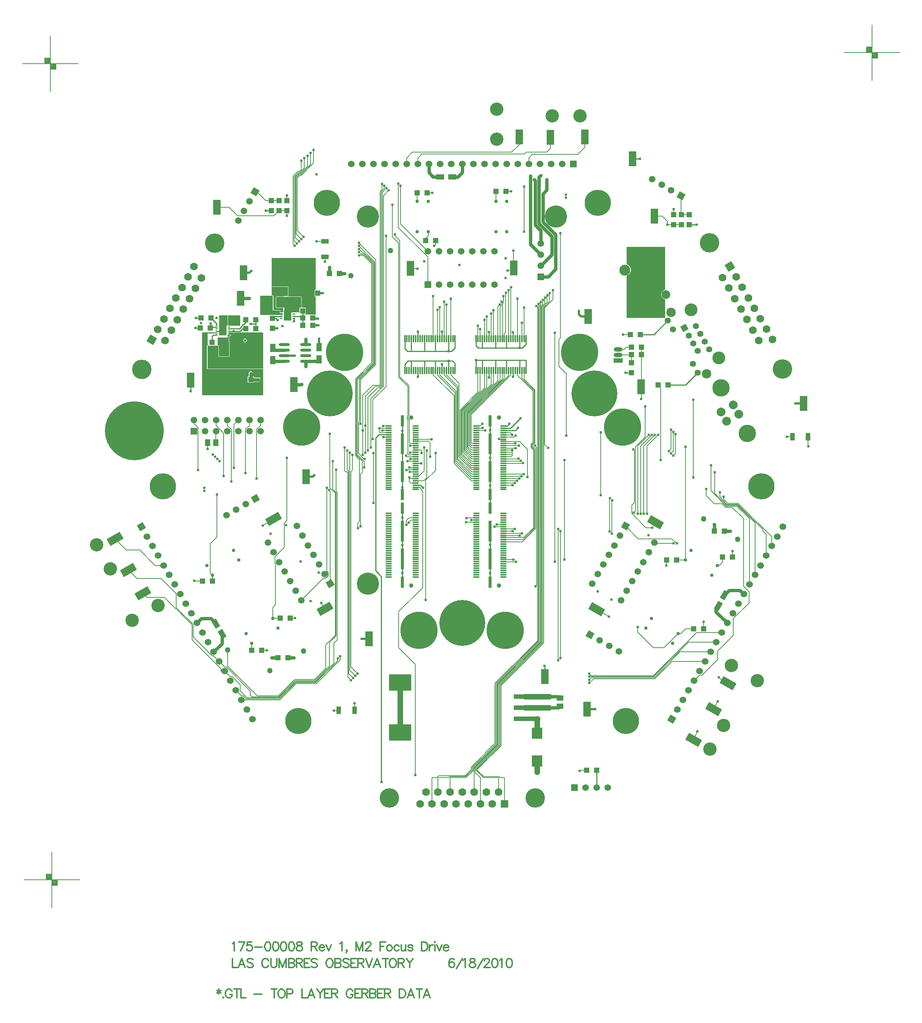
<source format=gtl>
%FSLAX23Y23*%
%MOIN*%
G70*
G01*
G75*
G04 Layer_Physical_Order=1*
G04 Layer_Color=255*
%ADD10O,0.027X0.010*%
%ADD11R,0.065X0.094*%
%ADD12R,0.070X0.135*%
%ADD13O,0.098X0.028*%
%ADD14R,0.048X0.078*%
%ADD15R,0.087X0.059*%
%ADD16R,0.063X0.075*%
%ADD17R,0.050X0.050*%
%ADD18R,0.050X0.050*%
%ADD19R,0.025X0.100*%
%ADD20R,0.057X0.012*%
%ADD21R,0.025X0.185*%
%ADD22O,0.024X0.010*%
%ADD23R,0.094X0.130*%
%ADD24R,0.094X0.102*%
%ADD25R,0.200X0.150*%
%ADD26R,0.200X0.040*%
%ADD27R,0.059X0.051*%
%ADD28O,0.012X0.069*%
%ADD29R,0.078X0.048*%
G04:AMPARAMS|DCode=30|XSize=78mil|YSize=48mil|CornerRadius=0mil|HoleSize=0mil|Usage=FLASHONLY|Rotation=120.000|XOffset=0mil|YOffset=0mil|HoleType=Round|Shape=Rectangle|*
%AMROTATEDRECTD30*
4,1,4,0.040,-0.022,-0.001,-0.046,-0.040,0.022,0.001,0.046,0.040,-0.022,0.0*
%
%ADD30ROTATEDRECTD30*%

G04:AMPARAMS|DCode=31|XSize=78mil|YSize=48mil|CornerRadius=0mil|HoleSize=0mil|Usage=FLASHONLY|Rotation=240.000|XOffset=0mil|YOffset=0mil|HoleType=Round|Shape=Rectangle|*
%AMROTATEDRECTD31*
4,1,4,-0.001,0.046,0.040,0.022,0.001,-0.046,-0.040,-0.022,-0.001,0.046,0.0*
%
%ADD31ROTATEDRECTD31*%

%ADD32R,0.067X0.040*%
%ADD33R,0.040X0.067*%
%ADD34R,0.051X0.059*%
G04:AMPARAMS|DCode=35|XSize=135mil|YSize=70mil|CornerRadius=0mil|HoleSize=0mil|Usage=FLASHONLY|Rotation=30.000|XOffset=0mil|YOffset=0mil|HoleType=Round|Shape=Rectangle|*
%AMROTATEDRECTD35*
4,1,4,-0.041,-0.064,-0.076,-0.003,0.041,0.064,0.076,0.003,-0.041,-0.064,0.0*
%
%ADD35ROTATEDRECTD35*%

G04:AMPARAMS|DCode=36|XSize=135mil|YSize=70mil|CornerRadius=0mil|HoleSize=0mil|Usage=FLASHONLY|Rotation=150.000|XOffset=0mil|YOffset=0mil|HoleType=Round|Shape=Rectangle|*
%AMROTATEDRECTD36*
4,1,4,0.076,-0.003,0.041,-0.064,-0.076,0.003,-0.041,0.064,0.076,-0.003,0.0*
%
%ADD36ROTATEDRECTD36*%

%ADD37C,0.020*%
%ADD38C,0.030*%
%ADD39C,0.010*%
%ADD40C,0.005*%
%ADD41C,0.050*%
%ADD42C,0.005*%
%ADD43C,0.012*%
%ADD44C,0.008*%
%ADD45C,0.012*%
%ADD46C,0.012*%
%ADD47C,0.055*%
%ADD48P,0.078X4X165.0*%
%ADD49C,0.116*%
%ADD50C,0.085*%
%ADD51C,0.039*%
%ADD52C,0.200*%
%ADD53C,0.120*%
%ADD54P,0.085X4X105.0*%
%ADD55C,0.060*%
%ADD56P,0.085X4X345.0*%
%ADD57R,0.060X0.060*%
%ADD58P,0.084X4X195.0*%
%ADD59C,0.059*%
%ADD60C,0.031*%
%ADD61C,0.079*%
%ADD62P,0.084X4X255.0*%
%ADD63R,0.059X0.059*%
%ADD64C,0.175*%
%ADD65C,0.070*%
%ADD66R,0.070X0.070*%
%ADD67P,0.084X4X255.0*%
%ADD68C,0.059*%
%ADD69R,0.059X0.059*%
%ADD70P,0.084X4X375.0*%
%ADD71C,0.157*%
%ADD72P,0.084X4X285.0*%
%ADD73C,0.098*%
%ADD74O,0.079X0.039*%
%ADD75R,0.079X0.039*%
%ADD76R,0.059X0.059*%
%ADD77C,0.413*%
%ADD78C,0.531*%
%ADD79C,0.335*%
%ADD80C,0.236*%
%ADD81P,0.099X4X165.0*%
%ADD82P,0.099X4X285.0*%
%ADD83C,0.024*%
%ADD84C,0.026*%
%ADD85C,0.050*%
G36*
X13366Y14261D02*
X13366Y14261D01*
X13365Y14255D01*
X13366Y14249D01*
X13366Y14248D01*
Y14185D01*
X13365Y14183D01*
X13364Y14180D01*
X13364Y14179D01*
X13361Y14175D01*
X13291D01*
Y14270D01*
X13366D01*
Y14261D01*
D02*
G37*
G36*
X13481Y14175D02*
X13383D01*
X13370Y14177D01*
X13369Y14179D01*
X13369Y14179D01*
X13368Y14179D01*
X13369Y14180D01*
X13368Y14180D01*
X13369Y14182D01*
X13369Y14183D01*
X13370Y14184D01*
X13370Y14185D01*
Y14248D01*
X13370Y14249D01*
X13370Y14249D01*
X13369Y14255D01*
X13370Y14260D01*
X13370Y14261D01*
X13370Y14261D01*
Y14270D01*
X13481D01*
Y14175D01*
D02*
G37*
G36*
X13686Y14110D02*
Y13790D01*
X13186D01*
Y13995D01*
X13283D01*
Y13896D01*
X13385D01*
Y14034D01*
X13380D01*
Y14082D01*
X13387D01*
X13390Y14083D01*
X13393Y14085D01*
X13395Y14088D01*
X13396Y14091D01*
X13395Y14095D01*
X13393Y14098D01*
X13390Y14100D01*
X13387Y14100D01*
X13380D01*
Y14114D01*
X13410Y14114D01*
X13414Y14112D01*
X13420Y14110D01*
X13426Y14112D01*
X13429Y14114D01*
X13681Y14115D01*
X13686Y14110D01*
D02*
G37*
G36*
X13273Y14104D02*
X13186D01*
Y13999D01*
X13183Y13998D01*
X13182Y13995D01*
Y13790D01*
X13183Y13787D01*
X13186Y13785D01*
X13686D01*
Y13550D01*
X13136D01*
Y14114D01*
X13273D01*
Y14104D01*
D02*
G37*
G36*
X13392Y14091D02*
X13391Y14089D01*
X13390Y14088D01*
X13389Y14087D01*
X13387Y14086D01*
X13380D01*
X13377Y14085D01*
X13376Y14082D01*
Y14034D01*
X13377Y14031D01*
X13380Y14029D01*
X13381D01*
Y13900D01*
X13287D01*
Y13995D01*
X13286Y13998D01*
X13283Y13999D01*
X13276D01*
Y14070D01*
X13366D01*
Y14095D01*
X13388D01*
X13392Y14091D01*
D02*
G37*
G36*
X14031Y14433D02*
Y14338D01*
X14014D01*
Y14296D01*
X13938D01*
X13937Y14295D01*
X13876D01*
Y14340D01*
X13804D01*
Y14434D01*
X14030D01*
X14031Y14433D01*
D02*
G37*
G36*
X13909Y14441D02*
X13869D01*
X13866Y14438D01*
X13804D01*
X13801Y14437D01*
X13800Y14434D01*
Y14340D01*
X13801Y14337D01*
X13804Y14336D01*
X13866D01*
Y14298D01*
X13862Y14294D01*
X13843D01*
X13842Y14294D01*
X13841Y14295D01*
X13840Y14297D01*
X13839Y14298D01*
X13840Y14300D01*
X13841Y14302D01*
X13842Y14302D01*
X13842Y14303D01*
X13843Y14304D01*
X13843Y14305D01*
X13844Y14305D01*
X13843Y14306D01*
X13843Y14307D01*
X13842Y14312D01*
X13841Y14313D01*
X13841Y14314D01*
X13840Y14314D01*
X13840Y14315D01*
X13839Y14315D01*
X13838Y14315D01*
X13779D01*
Y14445D01*
X13778Y14448D01*
X13775Y14449D01*
X13764D01*
Y14526D01*
X13909D01*
Y14441D01*
D02*
G37*
G36*
X14161Y14498D02*
X14149D01*
Y14440D01*
X14161D01*
Y14279D01*
X14157Y14275D01*
X14052D01*
Y14280D01*
X14072D01*
Y14338D01*
X14035D01*
Y14433D01*
X14035Y14433D01*
X14035Y14433D01*
X14035Y14434D01*
X14034Y14436D01*
X14034Y14436D01*
X14034Y14436D01*
X14033Y14437D01*
X14031Y14438D01*
X14030Y14438D01*
X13915D01*
X13913Y14441D01*
Y14526D01*
X13912Y14529D01*
X13909Y14530D01*
X13764D01*
Y14784D01*
X13764Y14784D01*
X13764Y14784D01*
X13765Y14786D01*
X14161D01*
Y14498D01*
D02*
G37*
G36*
X17308Y14499D02*
X17304Y14498D01*
X17294Y14494D01*
X17285Y14487D01*
X17278Y14478D01*
X17273Y14467D01*
X17272Y14456D01*
X17273Y14444D01*
X17278Y14434D01*
X17285Y14425D01*
X17294Y14418D01*
X17304Y14414D01*
X17308Y14413D01*
Y14246D01*
X16962D01*
X16962Y14246D01*
Y14246D01*
X16960Y14248D01*
Y14626D01*
X16972Y14631D01*
X16983Y14639D01*
X16991Y14651D01*
X16997Y14663D01*
X16999Y14677D01*
X16997Y14691D01*
X16991Y14704D01*
X16983Y14715D01*
X16972Y14724D01*
X16960Y14729D01*
Y14886D01*
X17308D01*
Y14499D01*
D02*
G37*
G36*
X13775Y14311D02*
X13838D01*
X13839Y14306D01*
X13837Y14305D01*
X13836Y14302D01*
X13835Y14298D01*
X13836Y14295D01*
X13837Y14292D01*
X13840Y14290D01*
X13844Y14289D01*
X13861D01*
X13864Y14287D01*
Y14286D01*
Y14272D01*
X13662D01*
X13662Y14272D01*
X13662Y14272D01*
X13661Y14272D01*
Y14445D01*
X13775D01*
Y14311D01*
D02*
G37*
%LPC*%
G36*
X13576Y13764D02*
X13568Y13763D01*
X13562Y13759D01*
X13558Y13752D01*
X13557Y13745D01*
Y13719D01*
X13547D01*
Y13661D01*
X13605D01*
Y13670D01*
X13646D01*
X13653Y13672D01*
X13660Y13676D01*
X13664Y13682D01*
X13665Y13690D01*
X13664Y13697D01*
X13660Y13704D01*
X13653Y13708D01*
X13646Y13709D01*
X13605D01*
Y13719D01*
X13595D01*
Y13745D01*
X13594Y13752D01*
X13590Y13759D01*
X13583Y13763D01*
X13576Y13764D01*
D02*
G37*
G36*
X13524Y14059D02*
X13518Y14058D01*
X13512Y14054D01*
X13509Y14049D01*
X13508Y14043D01*
X13509Y14037D01*
X13512Y14031D01*
X13518Y14028D01*
X13524Y14026D01*
X13530Y14028D01*
X13535Y14031D01*
X13539Y14037D01*
X13540Y14043D01*
X13539Y14049D01*
X13535Y14054D01*
X13530Y14058D01*
X13524Y14059D01*
D02*
G37*
%LPD*%
D10*
X13852Y14298D02*
D03*
Y14279D02*
D03*
Y14259D02*
D03*
Y14239D02*
D03*
X13963D02*
D03*
Y14259D02*
D03*
X13963Y14279D02*
D03*
X13963Y14298D02*
D03*
D11*
X13908Y14269D02*
D03*
X13323Y14136D02*
D03*
D12*
X13964Y13646D02*
D03*
X13034Y13686D02*
D03*
X13484Y14421D02*
D03*
X13509Y14651D02*
D03*
X16613Y14259D02*
D03*
X18554Y13476D02*
D03*
X16604Y10721D02*
D03*
X14639Y11356D02*
D03*
X14074Y12816D02*
D03*
X15994Y15876D02*
D03*
X16274Y15871D02*
D03*
X16584Y15876D02*
D03*
X15944Y14696D02*
D03*
X15014Y14691D02*
D03*
X17209Y15161D02*
D03*
X13269Y15241D02*
D03*
X17089Y13626D02*
D03*
X16224Y11016D02*
D03*
X17013Y15680D02*
D03*
D13*
X14070Y13856D02*
D03*
Y13906D02*
D03*
Y13956D02*
D03*
Y14006D02*
D03*
X13877Y13856D02*
D03*
Y13906D02*
D03*
Y13956D02*
D03*
Y14006D02*
D03*
D14*
X14189Y13871D02*
D03*
Y13981D02*
D03*
X13774Y13866D02*
D03*
Y13976D02*
D03*
D15*
X13848Y14488D02*
D03*
Y14740D02*
D03*
X13381Y13841D02*
D03*
Y13589D02*
D03*
D16*
X14093Y14384D02*
D03*
X13983D02*
D03*
X13738D02*
D03*
X13848D02*
D03*
D17*
X14043Y14309D02*
D03*
X14133D02*
D03*
X14043Y14179D02*
D03*
X14133D02*
D03*
X14178Y14469D02*
D03*
X14088D02*
D03*
X14133Y14244D02*
D03*
X14043D02*
D03*
X13211Y14155D02*
D03*
X13121D02*
D03*
X13621Y14150D02*
D03*
X13531D02*
D03*
X13621Y14230D02*
D03*
X13531D02*
D03*
X13331Y14235D02*
D03*
X13421D02*
D03*
X13126Y14245D02*
D03*
X13216D02*
D03*
X14374Y14646D02*
D03*
X14284D02*
D03*
X13909Y11186D02*
D03*
X13819D02*
D03*
X17749Y12326D02*
D03*
X17839D02*
D03*
X15239Y14941D02*
D03*
X15149D02*
D03*
X13929Y11541D02*
D03*
X13839D02*
D03*
X17319Y12066D02*
D03*
X17409D02*
D03*
X15164Y15371D02*
D03*
X15074D02*
D03*
X13674Y11251D02*
D03*
X13584D02*
D03*
X17914Y12091D02*
D03*
X17824D02*
D03*
X17334Y13641D02*
D03*
X17244D02*
D03*
X17084Y14096D02*
D03*
X16994D02*
D03*
X17094Y13981D02*
D03*
X17004D02*
D03*
Y13916D02*
D03*
X17094D02*
D03*
X16689Y10171D02*
D03*
X16599D02*
D03*
X15874Y15386D02*
D03*
X15784D02*
D03*
X13139Y11876D02*
D03*
X13229D02*
D03*
X17654Y11446D02*
D03*
X17564D02*
D03*
D18*
X13769Y14151D02*
D03*
Y14241D02*
D03*
X13226Y13935D02*
D03*
Y14025D02*
D03*
X13576Y13690D02*
D03*
Y13600D02*
D03*
X17384Y15086D02*
D03*
Y15176D02*
D03*
X17454D02*
D03*
Y15086D02*
D03*
X13899Y15211D02*
D03*
Y15301D02*
D03*
X13829D02*
D03*
Y15211D02*
D03*
X17524Y15176D02*
D03*
Y15086D02*
D03*
X13759Y15301D02*
D03*
Y15211D02*
D03*
X17004Y13841D02*
D03*
Y13751D02*
D03*
D19*
X15730Y12531D02*
D03*
Y12654D02*
D03*
Y13319D02*
D03*
Y11866D02*
D03*
X14940Y12531D02*
D03*
Y12654D02*
D03*
Y13319D02*
D03*
Y11866D02*
D03*
D20*
X15852Y13271D02*
D03*
Y13252D02*
D03*
Y13232D02*
D03*
Y13212D02*
D03*
Y13193D02*
D03*
Y13173D02*
D03*
Y13153D02*
D03*
Y13134D02*
D03*
Y13114D02*
D03*
Y13094D02*
D03*
Y13075D02*
D03*
Y13055D02*
D03*
Y13035D02*
D03*
Y13016D02*
D03*
Y12996D02*
D03*
Y12976D02*
D03*
Y12957D02*
D03*
Y12937D02*
D03*
Y12917D02*
D03*
Y12897D02*
D03*
Y12878D02*
D03*
Y12858D02*
D03*
Y12838D02*
D03*
Y12819D02*
D03*
Y12799D02*
D03*
Y12779D02*
D03*
Y12760D02*
D03*
Y12740D02*
D03*
Y12720D02*
D03*
Y12701D02*
D03*
Y12484D02*
D03*
Y12464D02*
D03*
Y12445D02*
D03*
Y12425D02*
D03*
Y12405D02*
D03*
Y12386D02*
D03*
Y12366D02*
D03*
Y12346D02*
D03*
Y12327D02*
D03*
Y12307D02*
D03*
Y12287D02*
D03*
Y12268D02*
D03*
Y12248D02*
D03*
Y12228D02*
D03*
Y12208D02*
D03*
Y12189D02*
D03*
Y12169D02*
D03*
Y12149D02*
D03*
Y12130D02*
D03*
Y12110D02*
D03*
Y12090D02*
D03*
Y12071D02*
D03*
Y12051D02*
D03*
Y12031D02*
D03*
Y12012D02*
D03*
Y11992D02*
D03*
Y11972D02*
D03*
Y11953D02*
D03*
Y11933D02*
D03*
Y11913D02*
D03*
X15608Y13271D02*
D03*
D03*
Y13252D02*
D03*
Y13232D02*
D03*
Y13212D02*
D03*
Y13193D02*
D03*
Y13173D02*
D03*
Y13153D02*
D03*
Y13134D02*
D03*
Y13114D02*
D03*
Y13094D02*
D03*
Y13075D02*
D03*
Y13055D02*
D03*
Y13035D02*
D03*
Y13016D02*
D03*
Y12996D02*
D03*
Y12976D02*
D03*
Y12957D02*
D03*
Y12937D02*
D03*
Y12917D02*
D03*
Y12897D02*
D03*
Y12878D02*
D03*
Y12858D02*
D03*
Y12838D02*
D03*
Y12819D02*
D03*
Y12799D02*
D03*
Y12779D02*
D03*
Y12760D02*
D03*
Y12740D02*
D03*
Y12720D02*
D03*
Y12701D02*
D03*
Y12484D02*
D03*
Y12464D02*
D03*
Y12445D02*
D03*
Y12425D02*
D03*
Y12405D02*
D03*
Y12386D02*
D03*
Y12366D02*
D03*
Y12346D02*
D03*
Y12327D02*
D03*
Y12307D02*
D03*
Y12287D02*
D03*
Y12268D02*
D03*
Y12248D02*
D03*
Y12228D02*
D03*
Y12208D02*
D03*
Y12189D02*
D03*
Y12169D02*
D03*
Y12149D02*
D03*
Y12130D02*
D03*
Y12110D02*
D03*
Y12090D02*
D03*
Y12071D02*
D03*
Y12051D02*
D03*
Y12031D02*
D03*
Y12012D02*
D03*
Y11992D02*
D03*
Y11972D02*
D03*
Y11953D02*
D03*
Y11933D02*
D03*
Y11913D02*
D03*
X15062Y13271D02*
D03*
Y13252D02*
D03*
Y13232D02*
D03*
Y13212D02*
D03*
Y13193D02*
D03*
Y13173D02*
D03*
Y13153D02*
D03*
Y13134D02*
D03*
Y13114D02*
D03*
Y13094D02*
D03*
Y13075D02*
D03*
Y13055D02*
D03*
Y13035D02*
D03*
Y13016D02*
D03*
Y12996D02*
D03*
Y12976D02*
D03*
Y12957D02*
D03*
Y12937D02*
D03*
Y12917D02*
D03*
Y12897D02*
D03*
Y12878D02*
D03*
Y12858D02*
D03*
Y12838D02*
D03*
Y12819D02*
D03*
Y12799D02*
D03*
Y12779D02*
D03*
Y12760D02*
D03*
Y12740D02*
D03*
Y12720D02*
D03*
Y12701D02*
D03*
Y12484D02*
D03*
Y12464D02*
D03*
Y12445D02*
D03*
Y12425D02*
D03*
Y12405D02*
D03*
Y12386D02*
D03*
Y12366D02*
D03*
Y12346D02*
D03*
Y12327D02*
D03*
Y12307D02*
D03*
Y12287D02*
D03*
Y12268D02*
D03*
Y12248D02*
D03*
Y12228D02*
D03*
Y12208D02*
D03*
Y12189D02*
D03*
Y12169D02*
D03*
Y12149D02*
D03*
Y12130D02*
D03*
Y12110D02*
D03*
Y12090D02*
D03*
Y12071D02*
D03*
Y12051D02*
D03*
Y12031D02*
D03*
Y12012D02*
D03*
Y11992D02*
D03*
Y11972D02*
D03*
Y11953D02*
D03*
Y11933D02*
D03*
Y11913D02*
D03*
X14818Y13271D02*
D03*
D03*
Y13252D02*
D03*
Y13232D02*
D03*
Y13212D02*
D03*
Y13193D02*
D03*
Y13173D02*
D03*
Y13153D02*
D03*
Y13134D02*
D03*
Y13114D02*
D03*
Y13094D02*
D03*
Y13075D02*
D03*
Y13055D02*
D03*
Y13035D02*
D03*
Y13016D02*
D03*
Y12996D02*
D03*
Y12976D02*
D03*
Y12957D02*
D03*
Y12937D02*
D03*
Y12917D02*
D03*
Y12897D02*
D03*
Y12878D02*
D03*
Y12858D02*
D03*
Y12838D02*
D03*
Y12819D02*
D03*
Y12799D02*
D03*
Y12779D02*
D03*
Y12760D02*
D03*
Y12740D02*
D03*
Y12720D02*
D03*
Y12701D02*
D03*
Y12484D02*
D03*
Y12464D02*
D03*
Y12445D02*
D03*
Y12425D02*
D03*
Y12405D02*
D03*
Y12386D02*
D03*
Y12366D02*
D03*
Y12346D02*
D03*
Y12327D02*
D03*
Y12307D02*
D03*
Y12287D02*
D03*
Y12268D02*
D03*
Y12248D02*
D03*
Y12228D02*
D03*
Y12208D02*
D03*
Y12189D02*
D03*
Y12169D02*
D03*
Y12149D02*
D03*
Y12130D02*
D03*
Y12110D02*
D03*
Y12090D02*
D03*
Y12071D02*
D03*
Y12051D02*
D03*
Y12031D02*
D03*
Y12012D02*
D03*
Y11992D02*
D03*
Y11972D02*
D03*
Y11953D02*
D03*
Y11933D02*
D03*
Y11913D02*
D03*
D21*
X15730Y13111D02*
D03*
Y12861D02*
D03*
Y12074D02*
D03*
Y12324D02*
D03*
X14940Y13111D02*
D03*
Y12861D02*
D03*
Y12074D02*
D03*
Y12324D02*
D03*
D22*
X13380Y14180D02*
D03*
Y14162D02*
D03*
X13266Y14180D02*
D03*
Y14162D02*
D03*
Y14144D02*
D03*
Y14127D02*
D03*
Y14109D02*
D03*
Y14091D02*
D03*
X13380D02*
D03*
Y14109D02*
D03*
Y14127D02*
D03*
Y14144D02*
D03*
D23*
X13608Y13965D02*
D03*
X13334D02*
D03*
D24*
X16154Y10507D02*
D03*
Y10255D02*
D03*
D25*
X14919Y10961D02*
D03*
Y10511D02*
D03*
D26*
X16044Y10636D02*
D03*
Y10736D02*
D03*
Y10836D02*
D03*
D27*
X16359Y10748D02*
D03*
Y10823D02*
D03*
D28*
X15603Y13773D02*
D03*
X15622D02*
D03*
X15642D02*
D03*
X15662D02*
D03*
X15681D02*
D03*
X15701D02*
D03*
X15721D02*
D03*
X15740D02*
D03*
X15760D02*
D03*
X15780D02*
D03*
X15799D02*
D03*
X15819D02*
D03*
X15839D02*
D03*
X15858D02*
D03*
X15878D02*
D03*
X15898D02*
D03*
X15917D02*
D03*
X15937D02*
D03*
X15957D02*
D03*
X15977D02*
D03*
X15996D02*
D03*
X16016D02*
D03*
X16036D02*
D03*
X16055D02*
D03*
X15603Y14059D02*
D03*
X15622D02*
D03*
X15642D02*
D03*
X15662D02*
D03*
X15681D02*
D03*
X15701D02*
D03*
X15721D02*
D03*
X15740D02*
D03*
X15760D02*
D03*
X15780D02*
D03*
X15799D02*
D03*
X15819D02*
D03*
X15839D02*
D03*
X15858D02*
D03*
X15878D02*
D03*
X15898D02*
D03*
X15917D02*
D03*
X15937D02*
D03*
X15957D02*
D03*
X15977D02*
D03*
X15996D02*
D03*
X16016D02*
D03*
X16036D02*
D03*
X16055D02*
D03*
X14963Y13773D02*
D03*
X14982D02*
D03*
X15002D02*
D03*
X15022D02*
D03*
X15041D02*
D03*
X15061D02*
D03*
X15081D02*
D03*
X15100D02*
D03*
X15120D02*
D03*
X15140D02*
D03*
X15159D02*
D03*
X15179D02*
D03*
X15199D02*
D03*
X15218D02*
D03*
X15238D02*
D03*
X15258D02*
D03*
X15277D02*
D03*
X15297D02*
D03*
X15317D02*
D03*
X15337D02*
D03*
X15356D02*
D03*
X15376D02*
D03*
X15396D02*
D03*
X15415D02*
D03*
X14963Y14059D02*
D03*
X14982D02*
D03*
X15002D02*
D03*
X15022D02*
D03*
X15041D02*
D03*
X15061D02*
D03*
X15081D02*
D03*
X15100D02*
D03*
X15120D02*
D03*
X15140D02*
D03*
X15159D02*
D03*
X15179D02*
D03*
X15199D02*
D03*
X15218D02*
D03*
X15238D02*
D03*
X15258D02*
D03*
X15277D02*
D03*
X15297D02*
D03*
X15317D02*
D03*
X15337D02*
D03*
X15356D02*
D03*
X15376D02*
D03*
X15396D02*
D03*
X15415D02*
D03*
D29*
X15279Y15516D02*
D03*
X15389D02*
D03*
D30*
X13316Y11398D02*
D03*
X13261Y11493D02*
D03*
D31*
X17841Y11748D02*
D03*
X17786Y11653D02*
D03*
D32*
X14244Y14937D02*
D03*
Y14795D02*
D03*
D33*
X14510Y10711D02*
D03*
X14368D02*
D03*
X18595Y13176D02*
D03*
X18453D02*
D03*
D34*
X13261Y13121D02*
D03*
X13186D02*
D03*
D35*
X12604Y11766D02*
D03*
X12474Y11976D02*
D03*
X12354Y12256D02*
D03*
X13779Y12436D02*
D03*
X14244Y11626D02*
D03*
D36*
X17874Y10956D02*
D03*
X17744Y10721D02*
D03*
X17564Y10446D02*
D03*
X17219Y12406D02*
D03*
X16689Y11621D02*
D03*
D37*
X16532Y14279D02*
Y14310D01*
Y14279D02*
X16552Y14259D01*
X16613D01*
X18480Y13475D02*
X18481Y13476D01*
X18554D01*
X16676Y10721D02*
X16678Y10723D01*
X16604Y10721D02*
X16676D01*
X14573Y11356D02*
X14639D01*
X14134Y12816D02*
X14147Y12829D01*
X14074Y12816D02*
X14134D01*
X13561Y14651D02*
X13579Y14669D01*
X13509Y14651D02*
X13561D01*
X13769Y14151D02*
X13815D01*
X14189Y13981D02*
Y14058D01*
X13877Y13906D02*
X13972D01*
X14133Y14179D02*
X14183D01*
X14138Y14239D02*
X14180D01*
X14133Y14244D02*
X14138Y14239D01*
X14223Y14469D02*
X14224Y14470D01*
X14178Y14469D02*
X14223D01*
D38*
X13484Y14421D02*
X13559D01*
X14032Y13646D02*
X14034Y13648D01*
X13964Y13646D02*
X14032D01*
X14070Y13809D02*
X14071Y13809D01*
X14070Y13809D02*
Y13856D01*
Y14054D02*
X14071Y14055D01*
X14070Y14006D02*
Y14054D01*
X14174Y13856D02*
X14189Y13871D01*
X14070Y13856D02*
X14174D01*
X13774Y13866D02*
X13784Y13856D01*
X13877D01*
X13774Y13976D02*
X13794Y13956D01*
X13877D01*
X13576Y13690D02*
Y13745D01*
Y13690D02*
X13646D01*
X14284Y14700D02*
X14285Y14701D01*
X14284Y14646D02*
Y14700D01*
X14374Y14646D02*
X14419D01*
X13763Y11185D02*
X13764Y11186D01*
X13819D01*
X13909D02*
X13964D01*
X16263Y10836D02*
X16346D01*
X16359Y10823D01*
X16260Y10736D02*
X16346D01*
X16359Y10748D01*
X17748Y12386D02*
X17749Y12385D01*
Y12326D02*
Y12385D01*
X17893Y12326D02*
X17894Y12327D01*
X17839Y12326D02*
X17893D01*
X13242Y11238D02*
X13316Y11312D01*
Y11398D01*
X13092Y11498D02*
X13132Y11538D01*
X13217D01*
X13261Y11493D01*
X17764Y11600D02*
X17866Y11498D01*
X17764Y11600D02*
Y11631D01*
X17786Y11653D01*
X17982Y11791D02*
X18016Y11758D01*
X17884Y11791D02*
X17982D01*
X17841Y11748D02*
X17884Y11791D01*
X15179Y15554D02*
Y15632D01*
Y15554D02*
X15217Y15516D01*
X15279D01*
X15479Y15554D02*
Y15632D01*
X15441Y15516D02*
X15479Y15554D01*
X15389Y15516D02*
X15441D01*
X16094Y14910D02*
Y15526D01*
Y14910D02*
X16188Y14816D01*
X16128Y15493D02*
X16138Y15482D01*
Y15082D02*
Y15482D01*
Y15082D02*
X16188Y15032D01*
Y14916D02*
Y15032D01*
X16172Y15515D02*
X16186Y15529D01*
X16172Y15096D02*
Y15515D01*
Y15096D02*
X16288Y14980D01*
Y14816D02*
Y14980D01*
X16188Y14716D02*
X16288Y14816D01*
X16241Y15398D02*
Y15493D01*
X16206Y15363D02*
X16241Y15398D01*
X16206Y15110D02*
Y15363D01*
Y15110D02*
X16322Y14994D01*
Y14685D02*
Y14994D01*
X16253Y14616D02*
X16322Y14685D01*
X16188Y14616D02*
X16253D01*
D39*
X16221Y11113D02*
X16224Y11110D01*
Y11016D02*
Y11110D01*
X13033Y13586D02*
X13034Y13587D01*
Y13686D01*
X17013Y15680D02*
X17081D01*
X13769Y14241D02*
X13802D01*
X13817Y14226D01*
X13768Y14259D02*
X13768Y14259D01*
X13852D01*
X14043Y14244D02*
Y14309D01*
Y14179D02*
Y14244D01*
X14028Y14259D02*
X14043Y14244D01*
X13963Y14259D02*
X14028D01*
X13963Y14216D02*
X13964Y14216D01*
X13963Y14216D02*
Y14239D01*
X15914Y13252D02*
X16003Y13341D01*
X16005D01*
X13509Y14184D02*
X13531Y14206D01*
X13502Y14184D02*
X13509D01*
X13497Y14179D02*
X13502Y14184D01*
X13497Y14172D02*
Y14179D01*
X13473Y14148D02*
X13497Y14172D01*
X13531Y14206D02*
Y14230D01*
X13383Y14148D02*
X13473D01*
X13574Y14191D02*
X13621D01*
Y14230D01*
Y14150D02*
Y14191D01*
X13420Y14127D02*
X13481D01*
X13504Y14150D01*
X13531D01*
X13380Y14144D02*
X13383Y14148D01*
X13082Y14245D02*
X13126D01*
X13216D02*
X13266Y14195D01*
Y14180D02*
Y14195D01*
X13078Y14155D02*
X13121D01*
X13214Y14158D02*
X13218Y14162D01*
X13214Y14158D02*
Y14194D01*
X13218Y14162D02*
X13266D01*
X13314Y14127D02*
X13323Y14136D01*
X13266Y14127D02*
X13314D01*
X13420D02*
X13420Y14127D01*
X13380Y14127D02*
X13420D01*
X13226Y14045D02*
Y14080D01*
X13237Y14091D01*
X13266D01*
X15937Y14059D02*
Y14117D01*
X15937Y14117D02*
X15937Y14117D01*
X15721Y14119D02*
X15721Y14119D01*
X15721Y14059D02*
Y14119D01*
X15720Y13708D02*
X15721Y13709D01*
Y13773D01*
X15937Y13717D02*
X15938Y13716D01*
X15937Y13717D02*
Y13773D01*
X15081Y13714D02*
X15081Y13714D01*
X15081Y13714D02*
Y13773D01*
X15297Y13829D02*
X15298Y13830D01*
X15297Y13773D02*
Y13829D01*
X15297Y14122D02*
X15297Y14122D01*
Y14059D02*
Y14122D01*
X15080Y14123D02*
X15081Y14122D01*
Y14059D02*
Y14122D01*
X16689Y10016D02*
Y10171D01*
X13710Y15212D02*
X13711Y15211D01*
X13759D01*
X16951Y13752D02*
X16952Y13751D01*
X17004D01*
X17524Y15086D02*
X17590D01*
X17489Y13641D02*
X17602Y13753D01*
X17334Y13641D02*
X17489D01*
X17207Y14096D02*
X17332Y14221D01*
X17084Y14096D02*
X17207D01*
X14752Y10067D02*
Y11917D01*
X14702Y11969D02*
Y13165D01*
X14752Y10067D02*
X14753Y10066D01*
X14728Y11941D02*
X14752Y11917D01*
X14728Y11941D02*
Y11943D01*
X14702Y11969D02*
X14728Y11943D01*
X14702Y13165D02*
X14731Y13194D01*
X14817D01*
X14818Y13193D01*
X15105Y12740D02*
X15128Y12717D01*
X15062Y12740D02*
X15105D01*
X14940Y12720D02*
Y12861D01*
Y12654D02*
Y12720D01*
Y13230D02*
Y13319D01*
Y13111D02*
Y13230D01*
Y12861D02*
Y13111D01*
X15959Y13232D02*
X15982Y13255D01*
X15852Y13232D02*
X15959D01*
X15852Y13252D02*
X15914D01*
X15883Y13271D02*
X15904Y13293D01*
X15852Y13271D02*
X15883D01*
X15603Y13866D02*
X16055D01*
Y13773D02*
Y13866D01*
X15996Y13773D02*
Y13866D01*
X15603Y13773D02*
Y13866D01*
X15662Y13773D02*
Y13866D01*
X15780Y13773D02*
Y13866D01*
X15878Y13773D02*
Y13866D01*
X16055Y14010D02*
Y14059D01*
X16019Y13974D02*
X16055Y14010D01*
X15603Y13995D02*
X15624Y13974D01*
X15603Y13995D02*
Y14059D01*
X15662Y13974D02*
Y14059D01*
X15780Y13975D02*
Y14059D01*
X15878Y13975D02*
Y14059D01*
X15624Y13974D02*
X16019D01*
X15996Y13974D02*
Y14059D01*
X15996Y13974D02*
X15996Y13974D01*
X15415Y13974D02*
Y14059D01*
X15385Y13944D02*
X15415Y13974D01*
X14963Y13968D02*
X14987Y13944D01*
X14963Y13968D02*
Y14059D01*
X15022Y13945D02*
Y14059D01*
X15140Y13945D02*
Y14059D01*
X15238Y13945D02*
Y14059D01*
X15356Y13944D02*
Y14059D01*
X14987Y13944D02*
X15385D01*
X15415Y13773D02*
Y13836D01*
X15393Y13859D02*
X15415Y13836D01*
X14963Y13830D02*
X14991Y13859D01*
X14963Y13773D02*
Y13830D01*
X15022Y13773D02*
Y13857D01*
X15140Y13773D02*
Y13856D01*
X15238Y13773D02*
Y13857D01*
X14991Y13859D02*
X15393D01*
X15356Y13773D02*
Y13858D01*
X15357Y13859D01*
X15730Y13234D02*
Y13319D01*
X15730Y13234D02*
X15730Y13234D01*
X15730Y12861D02*
Y12986D01*
X15730Y12737D02*
Y12861D01*
X15730Y12737D02*
X15730Y12737D01*
X15730Y12531D02*
X15730Y12531D01*
X15730Y12531D02*
Y12737D01*
Y12986D02*
Y13234D01*
X15730Y12203D02*
Y12324D01*
X15730Y12203D02*
X15730Y12203D01*
X15730Y11866D02*
Y11945D01*
Y12203D01*
X14940Y12447D02*
Y12531D01*
X14940Y12447D02*
X14940Y12447D01*
X14940Y12199D02*
X14941Y12198D01*
X14940Y11950D02*
X14940Y11950D01*
X14940Y11950D02*
X14941Y11951D01*
X14940Y11866D02*
Y11950D01*
Y12199D02*
Y12447D01*
X14941Y11951D02*
Y12198D01*
D40*
X14675Y13509D02*
X14793Y13627D01*
X13899Y15166D02*
Y15211D01*
Y15166D02*
X13901Y15164D01*
X14793Y14984D02*
X14794Y14985D01*
X14793Y13627D02*
Y14984D01*
X14675Y13155D02*
Y13509D01*
X15811Y13154D02*
Y13156D01*
Y13154D02*
X15811Y13153D01*
X15852D01*
X13269Y15241D02*
X13380D01*
X13456Y15165D01*
X13783D01*
X13829Y15211D01*
X13899D01*
Y15348D02*
X13900Y15349D01*
X13899Y15301D02*
Y15348D01*
X13759Y15301D02*
X13829D01*
X13711D02*
X13759D01*
X13614Y15381D02*
X13631D01*
X13711Y15301D01*
X17209Y15161D02*
X17281D01*
X17328Y15114D01*
Y15086D02*
Y15114D01*
Y15086D02*
X17384D01*
X16365Y14064D02*
Y15010D01*
X16351Y14050D02*
X16365Y14064D01*
X16351Y13809D02*
Y14050D01*
Y13809D02*
X16417Y13743D01*
Y13186D02*
Y13743D01*
X15948Y13173D02*
X15959Y13184D01*
X15852Y13173D02*
X15948D01*
X17094Y13916D02*
Y13981D01*
Y13521D02*
Y13916D01*
X15852Y13134D02*
X15852Y13133D01*
X15996D01*
X16068Y13062D01*
Y12811D02*
Y13062D01*
X17560Y12810D02*
X17562Y12812D01*
Y13509D01*
X17089Y13516D02*
X17094Y13521D01*
X16956Y13981D02*
X17004D01*
X16936Y13961D02*
X16956Y13981D01*
X16884Y13961D02*
X16936D01*
X16884Y13911D02*
X16999D01*
X17004Y13916D01*
Y13841D02*
Y13916D01*
X17384Y15176D02*
Y15226D01*
Y15086D02*
X17454D01*
X17449Y15181D02*
Y15346D01*
Y15181D02*
X17454Y15176D01*
X17524D01*
X15062Y12720D02*
X15100D01*
X15108Y12713D01*
Y12701D02*
Y12713D01*
Y12701D02*
X15123Y12686D01*
Y11817D02*
Y12686D01*
X14907Y11601D02*
X15123Y11817D01*
X14907Y11277D02*
Y11601D01*
Y11277D02*
X15058Y11126D01*
Y10129D02*
Y11126D01*
X16538Y10167D02*
X16542Y10171D01*
X16599D01*
X16993Y14095D02*
X16994Y14096D01*
X16927Y14095D02*
X16993D01*
X16313Y14111D02*
X16314Y14112D01*
X16313Y12049D02*
Y14111D01*
X15965Y12049D02*
Y12050D01*
X15964Y12050D02*
X15965Y12050D01*
X15852Y12050D02*
X15964D01*
X15852Y12051D02*
X15852Y12050D01*
X15852Y12071D02*
X15854Y12069D01*
X15941D01*
X16400Y12068D02*
X16401Y12069D01*
Y12966D01*
X17268Y12967D02*
Y13617D01*
X17244Y13641D02*
X17268Y13617D01*
X15930Y13007D02*
Y13054D01*
X15852Y13035D02*
X15929D01*
X15852Y13016D02*
X15930D01*
X15852Y12996D02*
X15919D01*
X15930Y13007D01*
Y13054D02*
Y13055D01*
X15930Y13055D02*
X15930Y13055D01*
X15852Y13055D02*
X15930D01*
X15852Y13193D02*
X15929D01*
X15929Y13193D01*
X15909Y13212D02*
X15929Y13193D01*
X15852Y13212D02*
X15909D01*
X15003Y12771D02*
Y12808D01*
Y12771D02*
X15014Y12760D01*
X15062D01*
X15003Y12808D02*
X15012Y12799D01*
X15062D01*
X14971Y13006D02*
X14981Y12996D01*
X15062D01*
X15011Y13096D02*
Y13097D01*
Y13096D02*
X15012Y13094D01*
X15062D01*
X14734Y13251D02*
X14735Y13252D01*
X14818D01*
X14734Y13217D02*
Y13251D01*
Y13217D02*
X14738Y13212D01*
X14818D01*
X14770Y13173D02*
X14770Y13173D01*
X14818D01*
X15852Y12228D02*
X16020D01*
X16141Y12349D02*
Y13070D01*
X16036Y13695D02*
X16135Y13595D01*
X16036Y13695D02*
Y13773D01*
X15852Y12248D02*
X16027D01*
X16132Y12353D02*
Y13059D01*
X16016Y13702D02*
X16126Y13592D01*
X16016Y13702D02*
Y13773D01*
X15852Y12268D02*
X16034D01*
X15977Y13729D02*
X16117Y13588D01*
X15977Y13729D02*
Y13773D01*
X16020Y12228D02*
X16141Y12349D01*
X16027Y12248D02*
X16132Y12353D01*
X16034Y12268D02*
X16123Y12357D01*
X16117Y13101D02*
X16135Y13119D01*
Y13595D01*
X16108Y13082D02*
X16132Y13059D01*
X16108Y13105D02*
X16126Y13123D01*
Y13592D01*
X16099Y13079D02*
X16123Y13055D01*
Y12357D02*
Y13055D01*
X16136Y13075D02*
X16141Y13070D01*
X16128Y13075D02*
X16136D01*
X16099Y13079D02*
Y13109D01*
X16117Y13127D01*
Y13588D01*
X16108Y13082D02*
Y13105D01*
X16117Y13086D02*
X16128Y13075D01*
X16117Y13086D02*
Y13101D01*
X13366Y11109D02*
Y11257D01*
X14873Y14986D02*
Y14999D01*
X14917Y13716D02*
Y14942D01*
Y13716D02*
X14999Y13634D01*
X15003Y13123D02*
Y13330D01*
X14908Y13712D02*
Y14919D01*
Y13712D02*
X14990Y13630D01*
Y13017D02*
Y13330D01*
X14873Y14986D02*
X14917Y14942D01*
X14850Y14977D02*
Y15264D01*
Y14977D02*
X14908Y14919D01*
X14999Y13366D02*
Y13634D01*
X14994Y13361D02*
X14999Y13366D01*
X14990Y13370D02*
Y13630D01*
X14985Y13365D02*
X14990Y13370D01*
X14985Y13335D02*
Y13365D01*
Y13335D02*
X14990Y13330D01*
X14994Y13339D02*
Y13361D01*
Y13339D02*
X15003Y13330D01*
Y13123D02*
X15010Y13116D01*
X15023D01*
X15025Y13114D01*
X15022Y13016D02*
X15062D01*
X14990Y13017D02*
X14995Y13012D01*
X15018D01*
X15022Y13016D01*
X13212Y11946D02*
X13229Y11929D01*
X15012Y13032D02*
X15015Y13035D01*
X15062D01*
X15025Y13114D02*
X15062D01*
X16036Y15023D02*
Y15428D01*
X15921Y15386D02*
X15922Y15387D01*
X15874Y15386D02*
X15921D01*
X15784Y15297D02*
X15784Y15297D01*
X15784Y15297D02*
Y15386D01*
X15165Y15372D02*
X15211D01*
X15164Y15371D02*
X15165Y15372D01*
X15074Y15299D02*
X15075Y15297D01*
X15074Y15299D02*
Y15371D01*
X15227Y14894D02*
X15239Y14906D01*
Y14941D01*
X15174Y14987D02*
Y15021D01*
X15149Y14962D02*
X15174Y14987D01*
X15149Y14941D02*
Y14962D01*
X15062Y13055D02*
X15110D01*
X15114Y13051D01*
Y13028D02*
Y13051D01*
X15240Y12873D02*
Y13028D01*
X15152Y12785D02*
X15240Y12873D01*
X15152Y11707D02*
Y12785D01*
X17061Y11417D02*
Y11463D01*
Y11417D02*
X17202Y11276D01*
X17298D01*
X17423Y11401D01*
X17490Y12067D02*
Y13087D01*
X15062Y13153D02*
X15203D01*
X17490Y13087D02*
X17492D01*
X17019Y13063D02*
X17031Y13050D01*
X17914Y12091D02*
Y12147D01*
X17824Y12044D02*
Y12091D01*
X17795Y12015D02*
X17824Y12044D01*
X17778Y12015D02*
X17795D01*
X17318Y12017D02*
X17319Y12018D01*
Y12066D01*
X17410Y12067D02*
X17490D01*
X17653Y11508D02*
X17654Y11507D01*
Y11446D02*
Y11507D01*
X17492Y11446D02*
X17564D01*
X17447Y11401D02*
X17492Y11446D01*
X17423Y11401D02*
X17447D01*
X13212Y11946D02*
Y12212D01*
X13272Y12272D01*
Y12657D01*
X14681Y12580D02*
Y13030D01*
X15060Y13034D02*
X15062Y13035D01*
Y13134D02*
X15176D01*
X15191Y13119D01*
Y12995D02*
Y13119D01*
X13901Y12421D02*
Y12985D01*
X13876Y12397D02*
X13901Y12421D01*
X13876Y12180D02*
Y12397D01*
X13793Y12097D02*
X13876Y12180D01*
X13793Y12032D02*
X13798Y12028D01*
Y11661D02*
Y12028D01*
X13793Y12032D02*
Y12097D01*
X13773Y11636D02*
X13798Y11661D01*
X13773Y11539D02*
Y11636D01*
X13674Y11251D02*
X13721D01*
X13584D02*
Y11316D01*
X13971Y11541D02*
X13973Y11543D01*
X13929Y11541D02*
X13971D01*
X13775D02*
X13839D01*
X13067Y11878D02*
X13069Y11876D01*
X13139D01*
X13229D02*
Y11929D01*
X13261Y13223D02*
X13264Y13226D01*
X13261Y13121D02*
Y13223D01*
X13186Y13064D02*
X13186Y13064D01*
Y13121D01*
X13099Y12874D02*
X13100Y12875D01*
Y13258D01*
X13064Y13294D02*
X13100Y13258D01*
X13064Y13294D02*
Y13326D01*
X13332Y12823D02*
Y13203D01*
X13328Y13207D02*
X13332Y13203D01*
X13328Y13207D02*
Y13213D01*
X13264Y13277D02*
X13328Y13213D01*
X13264Y13277D02*
Y13326D01*
X13399Y12773D02*
X13400Y12774D01*
Y13241D01*
X13364Y13277D02*
X13400Y13241D01*
X13364Y13277D02*
Y13326D01*
X13424Y12897D02*
Y13286D01*
X13464Y13326D01*
X13528Y12848D02*
X13528Y12848D01*
X13528Y12848D02*
Y13241D01*
X13564Y13277D01*
Y13326D01*
X13627Y12798D02*
X13628Y12799D01*
Y13241D01*
X13664Y13277D01*
Y13326D01*
X15852Y12838D02*
X16032D01*
X15852Y12819D02*
X16012D01*
X15852Y12799D02*
X15992D01*
X15852Y12779D02*
X15973D01*
X15852Y12760D02*
X15953D01*
X15852Y12740D02*
X15933D01*
X16032Y12838D02*
X16033Y12838D01*
X16012Y12819D02*
X16013Y12818D01*
X15992Y12799D02*
X15993Y12798D01*
X15973Y12779D02*
X15973Y12778D01*
X15953Y12760D02*
X15954Y12759D01*
X15933Y12740D02*
X15934Y12739D01*
X18595Y13089D02*
X18596Y13088D01*
X18595Y13089D02*
Y13176D01*
X18404Y13175D02*
X18405Y13176D01*
X18453D01*
X17564Y10446D02*
X17598Y10522D01*
X17744Y10721D02*
X17779Y10793D01*
X17792Y11008D02*
X17844Y10956D01*
X17874D01*
X17677Y12645D02*
Y12705D01*
X16726Y12649D02*
Y13216D01*
X15685Y13232D02*
X15686Y13233D01*
X15608Y13232D02*
X15685D01*
X15111Y12937D02*
X15111Y12937D01*
X15062Y12937D02*
X15111D01*
X15007Y12858D02*
X15007Y12858D01*
X15062D01*
X17799Y12676D02*
X17800Y12677D01*
X17799Y12676D02*
Y12677D01*
Y12634D02*
Y12676D01*
X17834Y12633D02*
X17835Y12634D01*
X17834Y12633D02*
Y12634D01*
Y12612D02*
Y12633D01*
X15852Y12307D02*
X15924D01*
X15852Y12287D02*
X15996D01*
X16827Y12598D02*
X16832Y12603D01*
X16827Y12303D02*
Y12598D01*
X16807Y12618D02*
X16812Y12623D01*
X16807Y12323D02*
Y12618D01*
X15987Y12307D02*
X16016D01*
X15986Y12305D02*
X15987Y12307D01*
X15925Y12305D02*
X15986D01*
X15924Y12307D02*
X15925Y12305D01*
X17921Y11538D02*
X18063Y11680D01*
X17921Y11386D02*
Y11538D01*
X17639Y11028D02*
X17777Y11166D01*
X17677Y12645D02*
X17749Y12573D01*
X17822D01*
X17854Y12540D01*
X17912D01*
X18014Y12439D01*
Y11828D02*
Y12439D01*
Y11828D02*
X18063Y11779D01*
Y11680D02*
Y11779D01*
X17777Y11242D02*
X17921Y11386D01*
X17777Y11166D02*
Y11242D01*
X17616Y11028D02*
X17639D01*
X17566Y10978D02*
X17616Y11028D01*
X17719Y12689D02*
Y12920D01*
Y12689D02*
X17858Y12549D01*
X17954D01*
X18066Y12438D01*
Y11844D02*
Y12438D01*
X18116Y11931D02*
Y12401D01*
X17754Y12666D02*
Y12857D01*
Y12666D02*
X17862Y12558D01*
X17958D01*
X18116Y12401D01*
X17799Y12634D02*
X17865Y12567D01*
X17961D01*
X18186Y12343D01*
Y12326D02*
Y12343D01*
Y12326D02*
X18216Y12296D01*
Y12104D02*
Y12296D01*
X17834Y12612D02*
X17869Y12576D01*
X17965D01*
X18266Y12276D01*
Y12191D02*
Y12276D01*
X13047Y11345D02*
Y11481D01*
X12604Y11765D02*
Y11766D01*
Y11765D02*
X12639Y11730D01*
X12798D01*
X13047Y11481D01*
Y11345D02*
X13306Y11086D01*
Y11065D02*
Y11086D01*
Y11065D02*
X13342D01*
X13056Y11373D02*
X13227Y11202D01*
X12474Y11976D02*
X12550Y11900D01*
X12768D01*
X12905Y11763D01*
Y11637D02*
Y11763D01*
Y11637D02*
X13056Y11486D01*
Y11373D02*
Y11486D01*
X13227Y11202D02*
X13242D01*
X13292Y11151D01*
X12354Y12256D02*
X12453Y12157D01*
X12576D01*
X12715Y12017D01*
X12792D01*
X14510Y10711D02*
Y10780D01*
X14323Y10709D02*
X14366D01*
X14368Y10711D01*
X14324Y11317D02*
X14354Y11347D01*
X14343Y12686D02*
Y12878D01*
X14324Y11136D02*
Y11317D01*
X14354Y11347D02*
Y12676D01*
X14343Y12686D02*
X14354Y12676D01*
X14977Y12877D02*
X14978Y12878D01*
X15062D01*
X15060Y12955D02*
X15062Y12957D01*
X14987Y12955D02*
X15060D01*
X14315Y12702D02*
Y12955D01*
Y12702D02*
X14345Y12672D01*
Y11381D02*
Y12672D01*
X14285Y11321D02*
X14345Y11381D01*
X14285Y11110D02*
Y11321D01*
X14252Y11301D02*
X14336Y11385D01*
X14252Y11090D02*
Y11301D01*
X14336Y11385D02*
Y12668D01*
X14288Y12716D02*
X14336Y12668D01*
X14288Y12716D02*
Y13201D01*
X15661Y13252D02*
X15663Y13254D01*
X15608Y13252D02*
X15661D01*
X14380Y11165D02*
Y11200D01*
X14167Y10952D02*
X14380Y11165D01*
X14356Y11175D02*
X14360Y11180D01*
X14356Y11155D02*
Y11175D01*
X15852Y12327D02*
X15930D01*
X15852Y12346D02*
X15950D01*
X13984Y10952D02*
X14167D01*
X16345Y11162D02*
Y12347D01*
X16365Y11182D02*
X16365Y11182D01*
X16365Y11182D02*
Y12327D01*
X15930Y12327D02*
X15933Y12324D01*
X13823Y10842D02*
X13969Y10988D01*
X14151D02*
X14252Y11090D01*
X13969Y10988D02*
X14151D01*
X13633Y10842D02*
X13823D01*
X13366Y11109D02*
X13633Y10842D01*
X14155Y10979D02*
X14285Y11110D01*
X13973Y10979D02*
X14155D01*
X13827Y10833D02*
X13973Y10979D01*
X13588Y10833D02*
X13827D01*
X13572Y10849D02*
X13588Y10833D01*
X13572Y10849D02*
Y10887D01*
X13357Y11101D02*
X13572Y10887D01*
X13342Y11101D02*
X13357D01*
X13292Y11151D02*
X13342Y11101D01*
X13830Y10824D02*
X13977Y10970D01*
X13539Y10824D02*
X13830D01*
X14158Y10970D02*
X14324Y11136D01*
X13977Y10970D02*
X14158D01*
X13479Y10884D02*
X13539Y10824D01*
X13479Y10884D02*
Y10943D01*
X13407Y11015D02*
X13479Y10943D01*
X13392Y11015D02*
X13407D01*
X13342Y11065D02*
X13392Y11015D01*
X14162Y10961D02*
X14356Y11155D01*
X14059Y10961D02*
X14162D01*
X14059Y10961D02*
X14059Y10961D01*
X14059D02*
X14059Y10961D01*
X13980Y10961D02*
X14059D01*
X13833Y10814D02*
X13980Y10961D01*
X13535Y10814D02*
X13833D01*
X13442Y10892D02*
X13492Y10842D01*
X13507D01*
X13535Y10814D01*
X13837Y10805D02*
X13984Y10952D01*
X13492Y10805D02*
X13837D01*
X14241Y14934D02*
X14244Y14937D01*
X14167Y14934D02*
X14241D01*
X14244Y14752D02*
Y14795D01*
X14030Y15580D02*
Y15663D01*
X14142Y15642D02*
Y15759D01*
X14086Y15611D02*
Y15706D01*
X14058Y15596D02*
Y15686D01*
X13958Y15223D02*
Y15521D01*
X13967Y15223D02*
Y15517D01*
X13976Y15223D02*
Y15514D01*
X13985Y15223D02*
Y15510D01*
X13994Y15223D02*
Y15506D01*
X14029Y15529D02*
X14142Y15642D01*
X14017Y15529D02*
X14029D01*
X13994Y15506D02*
X14017Y15529D01*
X14026Y15538D02*
X14114Y15626D01*
X14013Y15538D02*
X14026D01*
X13985Y15510D02*
X14013Y15538D01*
X13976Y15514D02*
X14009Y15547D01*
X13967Y15517D02*
X14006Y15556D01*
X13958Y15521D02*
X14002Y15565D01*
X14015D02*
X14030Y15580D01*
X14002Y15565D02*
X14015D01*
X14018Y15556D02*
X14058Y15596D01*
X14006Y15556D02*
X14018D01*
X14022Y15547D02*
X14086Y15611D01*
X14009Y15547D02*
X14022D01*
X14114Y15626D02*
Y15731D01*
X13958Y14909D02*
Y15223D01*
Y14909D02*
X13970Y14897D01*
X13967Y14939D02*
Y15223D01*
Y14939D02*
X13990Y14917D01*
X13976Y14970D02*
Y15223D01*
Y14970D02*
X14009Y14936D01*
X13985Y15001D02*
Y15223D01*
Y15001D02*
X14029Y14956D01*
X13994Y15031D02*
Y15223D01*
Y15031D02*
X14049Y14976D01*
X14550Y14920D02*
X14701Y14769D01*
X14550Y14920D02*
Y14922D01*
X14701Y14736D02*
Y14769D01*
X14550Y14892D02*
X14692Y14750D01*
X14550Y14892D02*
Y14894D01*
X14692Y14736D02*
Y14750D01*
X14550Y14866D02*
X14588Y14828D01*
X14598D01*
X14683Y14743D01*
Y14736D02*
Y14743D01*
X14550Y14838D02*
X14569Y14819D01*
X14595D01*
X14674Y14740D01*
Y14736D02*
Y14740D01*
X14550Y14810D02*
X14591D01*
X14665Y14736D01*
X14683Y14554D02*
Y14736D01*
X14692Y14548D02*
Y14736D01*
X14665Y14493D02*
Y14736D01*
X14674Y14497D02*
Y14736D01*
X14701Y14544D02*
Y14736D01*
Y13826D02*
Y14544D01*
X14565Y13690D02*
X14701Y13826D01*
X14565Y13293D02*
Y13690D01*
X14692Y13830D02*
Y14548D01*
X14555Y13693D02*
X14692Y13830D01*
X14555Y13317D02*
Y13693D01*
X14665Y13841D02*
Y14493D01*
X14519Y13695D02*
X14665Y13841D01*
X14519Y13005D02*
Y13695D01*
X14674Y13837D02*
Y14497D01*
X14528Y13691D02*
X14674Y13837D01*
X14528Y13008D02*
Y13691D01*
X14683Y13833D02*
Y14554D01*
X14537Y13688D02*
X14683Y13833D01*
X14537Y13012D02*
Y13688D01*
X14519Y13005D02*
X14555Y12969D01*
Y12416D02*
Y12969D01*
X14539Y12400D02*
X14555Y12416D01*
X14539Y12351D02*
Y12400D01*
X14565Y12369D02*
Y12839D01*
X14528Y13008D02*
X14579Y12957D01*
Y12853D02*
Y12957D01*
X14565Y12839D02*
X14579Y12853D01*
X14537Y13012D02*
X14598Y12952D01*
Y12898D02*
Y12952D01*
X14546Y13308D02*
X14555Y13317D01*
X14546Y13024D02*
Y13308D01*
Y13024D02*
X14595Y12976D01*
X14600D01*
X15003Y12898D02*
X15003Y12897D01*
X15062D01*
X15013Y12976D02*
X15062D01*
X15641Y13271D02*
X15662Y13293D01*
X15608Y13271D02*
X15641D01*
X15772Y12366D02*
X15852D01*
X15792Y12386D02*
X15852D01*
X15771Y12367D02*
X15772Y12366D01*
X15791Y12387D02*
X15792Y12386D01*
X15994Y15807D02*
Y15876D01*
X15925Y15738D02*
X15994Y15807D01*
X15030Y15738D02*
X15925D01*
X14979Y15687D02*
X15030Y15738D01*
X16274Y15773D02*
Y15871D01*
X16241Y15740D02*
X16274Y15773D01*
X16058Y15740D02*
X16241D01*
X16040Y15722D02*
X16058Y15740D01*
X15114Y15722D02*
X16040D01*
X15079Y15687D02*
X15114Y15722D01*
X16584Y15783D02*
Y15876D01*
X16519Y15718D02*
X16584Y15783D01*
X16110Y15718D02*
X16519D01*
X16079Y15687D02*
X16110Y15718D01*
X16079Y15632D02*
Y15687D01*
X14979Y15632D02*
Y15687D01*
X15079Y15632D02*
Y15687D01*
X14656Y13079D02*
Y13120D01*
X15136Y12869D02*
Y13079D01*
X15086Y12819D02*
X15136Y12869D01*
X15062Y12819D02*
X15086D01*
X14444Y12978D02*
Y13053D01*
X15160Y12806D02*
Y13052D01*
X15133Y12779D02*
X15160Y12806D01*
X15062Y12779D02*
X15133D01*
X14421Y12979D02*
Y13080D01*
Y12868D02*
Y12979D01*
X14444Y12878D02*
Y12978D01*
X14467Y12969D02*
Y13033D01*
Y12969D02*
Y13033D01*
Y11072D02*
Y12969D01*
X14490Y12961D02*
Y13012D01*
Y12961D02*
Y13013D01*
Y12874D02*
Y12961D01*
X14656Y13120D02*
Y13519D01*
X14632Y13052D02*
Y13105D01*
Y13529D01*
X14608Y13033D02*
Y13034D01*
Y13095D01*
Y13275D01*
X14584Y13013D02*
Y13122D01*
Y13004D02*
Y13013D01*
Y13122D02*
Y13548D01*
X14762Y13232D02*
X14762Y13232D01*
X14818D01*
X14607Y13274D02*
X14608Y13275D01*
Y13539D01*
X14767Y13272D02*
X14767Y13271D01*
X14818D01*
X16644Y11023D02*
X17202D01*
X17590Y11411D01*
X17816D01*
X14476Y11102D02*
Y12860D01*
X16663Y10996D02*
X17213D01*
X17369Y11151D01*
X17666D01*
X14449Y11011D02*
Y12860D01*
X16644Y11005D02*
X17209D01*
X17442Y11238D01*
X17716D01*
X14458Y11041D02*
Y12864D01*
X16625Y11014D02*
X17205D01*
X17516Y11325D01*
X17766D01*
X14476Y12860D02*
X14490Y12874D01*
X14421Y12868D02*
X14429Y12860D01*
X14449D01*
X14444Y12878D02*
X14458Y12864D01*
X14449Y11011D02*
X14476Y10983D01*
X14458Y11041D02*
X14496Y11003D01*
X14467Y11072D02*
X14516Y11023D01*
X14476Y11102D02*
X14536Y11043D01*
X16625Y11042D02*
X16644Y11023D01*
X16625Y10958D02*
X16663Y10996D01*
X16625Y10986D02*
X16644Y11005D01*
X14742Y13643D02*
Y15385D01*
X14741Y13629D02*
X14751Y13639D01*
Y15381D01*
X14739Y13614D02*
X14760Y13635D01*
Y15377D01*
X14656Y13519D02*
X14769Y13632D01*
Y15347D01*
X14584Y13548D02*
X14673Y13638D01*
X14737D01*
X14698Y13629D02*
X14741D01*
X14608Y13539D02*
X14698Y13629D01*
X14632Y13529D02*
X14718Y13614D01*
X14739D01*
X14737Y13638D02*
X14742Y13643D01*
X14769Y15347D02*
X14818Y15396D01*
X14742Y15385D02*
X14756Y15399D01*
Y15453D01*
X14751Y15381D02*
X14778Y15409D01*
Y15435D01*
X14760Y15377D02*
X14798Y15416D01*
X15559Y13119D02*
Y13374D01*
X15564Y13114D02*
X15608D01*
X15898Y13726D02*
Y13773D01*
X15550Y13108D02*
Y13378D01*
X15564Y13094D02*
X15608D01*
X15858Y13699D02*
Y13773D01*
X15541Y13098D02*
Y13382D01*
X15564Y13075D02*
X15608D01*
X15839Y13692D02*
Y13773D01*
X15532Y13087D02*
Y13386D01*
X15564Y13055D02*
X15608D01*
X15819Y13685D02*
Y13773D01*
X15523Y13076D02*
Y13389D01*
X15564Y13035D02*
X15608D01*
X15799Y13679D02*
Y13773D01*
X15514Y13066D02*
Y13393D01*
X15564Y13016D02*
X15608D01*
X15760Y13652D02*
Y13773D01*
X15505Y13055D02*
Y13397D01*
X15564Y12996D02*
X15608D01*
X15740Y13645D02*
Y13773D01*
X15496Y13044D02*
Y13401D01*
X15564Y12976D02*
X15608D01*
X15406Y12937D02*
Y13546D01*
X15564Y12779D02*
X15608D01*
X15415Y12948D02*
Y13576D01*
X15564Y12799D02*
X15608D01*
X15424Y12959D02*
Y13587D01*
X15564Y12819D02*
X15608D01*
X15433Y12969D02*
Y13617D01*
X15564Y12838D02*
X15608D01*
X15442Y12980D02*
Y13628D01*
X15564Y12858D02*
X15608D01*
X15451Y12991D02*
Y13658D01*
X15564Y12878D02*
X15608D01*
X15622Y13578D02*
Y13773D01*
X15460Y13001D02*
Y13415D01*
X15564Y12897D02*
X15608D01*
X15642Y13585D02*
Y13773D01*
X15469Y13012D02*
Y13412D01*
X15564Y12917D02*
X15608D01*
X15681Y13611D02*
Y13773D01*
X15478Y13023D02*
Y13408D01*
X15564Y12937D02*
X15608D01*
X15701Y13618D02*
Y13773D01*
X15487Y13034D02*
Y13404D01*
X15564Y12957D02*
X15608D01*
X15487Y13404D02*
X15701Y13618D01*
X15496Y13401D02*
X15740Y13645D01*
X15505Y13397D02*
X15760Y13652D01*
X15514Y13393D02*
X15799Y13679D01*
X15523Y13389D02*
X15819Y13685D01*
X15532Y13386D02*
X15839Y13692D01*
X15541Y13382D02*
X15858Y13699D01*
X15550Y13378D02*
X15898Y13726D01*
X15559Y13374D02*
X15917Y13733D01*
X15218D02*
Y13773D01*
Y13733D02*
X15406Y13546D01*
X15258Y13733D02*
Y13773D01*
Y13733D02*
X15415Y13576D01*
X15277Y13733D02*
Y13773D01*
Y13733D02*
X15424Y13587D01*
X15317Y13733D02*
Y13773D01*
Y13733D02*
X15433Y13617D01*
X15337Y13733D02*
Y13773D01*
Y13733D02*
X15442Y13628D01*
X15376Y13733D02*
Y13773D01*
Y13733D02*
X15451Y13658D01*
X15460Y13415D02*
X15622Y13578D01*
X15469Y13412D02*
X15642Y13585D01*
X15478Y13408D02*
X15681Y13611D01*
X15917Y13733D02*
Y13773D01*
X15406Y12937D02*
X15564Y12779D01*
X15415Y12948D02*
X15564Y12799D01*
X15424Y12959D02*
X15564Y12819D01*
X15433Y12969D02*
X15564Y12838D01*
X15442Y12980D02*
X15564Y12858D01*
X15451Y12991D02*
X15564Y12878D01*
X15460Y13001D02*
X15564Y12897D01*
X15469Y13012D02*
X15564Y12917D01*
X15478Y13023D02*
X15564Y12937D01*
X15487Y13034D02*
X15564Y12957D01*
X15496Y13044D02*
X15564Y12976D01*
X15505Y13055D02*
X15564Y12996D01*
X15514Y13066D02*
X15564Y13016D01*
X15523Y13076D02*
X15564Y13035D01*
X15532Y13087D02*
X15564Y13055D01*
X15541Y13098D02*
X15564Y13075D01*
X15550Y13108D02*
X15564Y13094D01*
X15559Y13119D02*
X15564Y13114D01*
X17059Y13091D02*
X17159Y13191D01*
X17059Y12481D02*
Y13091D01*
X17087D02*
X17187Y13191D01*
X17087Y12481D02*
Y13091D01*
X17115D02*
X17215Y13191D01*
X17115Y12481D02*
Y13091D01*
X17143D02*
X17243Y13191D01*
X17143Y12481D02*
Y13091D01*
X15514Y12406D02*
X15608D01*
X15608Y12405D01*
X15559Y12424D02*
X15559Y12425D01*
X15608D01*
X14998Y12402D02*
X15021Y12425D01*
X15062D01*
X14978Y12382D02*
Y12421D01*
X15002Y12445D01*
X15062D01*
X17401Y13025D02*
Y13199D01*
X17381Y13005D02*
X17401Y13025D01*
X17381Y13045D02*
Y13219D01*
X17361Y13025D02*
X17381Y13045D01*
X17361Y13064D02*
Y13238D01*
X17341Y13044D02*
X17361Y13064D01*
X15985Y12976D02*
X15987Y12978D01*
X16005Y12957D02*
X16007Y12958D01*
X16025Y12937D02*
X16026Y12938D01*
X15852Y12976D02*
X15985D01*
X15852Y12957D02*
X16005D01*
X15852Y12937D02*
X16025D01*
X17127Y13172D02*
Y13448D01*
X17040Y13085D02*
X17127Y13172D01*
X17040Y12508D02*
Y13085D01*
X17025Y12493D02*
X17040Y12508D01*
X15518Y12442D02*
X15521Y12445D01*
X15608D01*
X15622Y14059D02*
Y14175D01*
X15622Y14175D02*
X15622Y14175D01*
X15642Y14059D02*
Y14146D01*
X15642Y14146D01*
X15681Y14059D02*
Y14229D01*
X15682Y14230D01*
X15701Y14059D02*
Y14259D01*
X15701Y14259D02*
X15701Y14259D01*
X15740Y14059D02*
Y14285D01*
X15740Y14286D02*
X15740Y14285D01*
X15760Y14059D02*
Y14314D01*
X15760Y14314D02*
X15760Y14314D01*
X16016Y14059D02*
Y14203D01*
X16016Y14203D02*
X16016Y14203D01*
X15371Y9977D02*
Y10105D01*
X15262Y9977D02*
Y10105D01*
X15208Y9869D02*
Y10105D01*
X15643Y9869D02*
Y10105D01*
X15806Y9977D02*
Y10105D01*
X15860Y9869D02*
Y10105D01*
X15371D02*
X15515D01*
X15579Y10169D01*
X15262Y10105D02*
X15358D01*
X15367Y10114D01*
X15512D01*
X15570Y10173D01*
X15208Y10105D02*
X15250D01*
X15508Y10123D02*
X15561Y10176D01*
X15250Y10105D02*
X15268Y10123D01*
X15508D01*
X15597Y10150D02*
X15643Y10105D01*
X15670D02*
X15806D01*
X15606Y10169D02*
X15670Y10105D01*
X15819D02*
X15860D01*
X15810Y10114D02*
X15819Y10105D01*
X15674Y10114D02*
X15810D01*
X15615Y10173D02*
X15674Y10114D01*
X15615Y10173D02*
Y10178D01*
X15829Y10391D01*
X15606Y10182D02*
X15820Y10395D01*
X15597Y10185D02*
X15811Y10399D01*
X15588Y10189D02*
X15802Y10402D01*
X15579Y10193D02*
X15793Y10406D01*
X15570Y10196D02*
X15784Y10410D01*
X15561Y10200D02*
X15775Y10414D01*
X15588Y9977D02*
Y10189D01*
X15802Y10402D02*
Y10945D01*
X16186Y11329D01*
X15579Y10169D02*
Y10193D01*
X15793Y10406D02*
Y10949D01*
X16177Y11333D01*
X15570Y10173D02*
Y10196D01*
X15784Y10410D02*
Y10952D01*
X16168Y11336D01*
X15561Y10176D02*
Y10200D01*
X15775Y10414D02*
Y10956D01*
X16159Y11340D01*
X15597Y10150D02*
Y10185D01*
X15811Y10399D02*
Y10941D01*
X16195Y11325D01*
X15606Y10169D02*
Y10182D01*
X15820Y10395D02*
Y10938D01*
X16204Y11322D01*
X15829Y10391D02*
Y10934D01*
X16213Y11318D01*
X16167Y14371D02*
X16168Y14369D01*
X16185Y14389D02*
X16186Y14390D01*
X16205Y14409D02*
X16206Y14410D01*
X16225Y14429D02*
X16226Y14430D01*
X16245Y14449D02*
X16246Y14450D01*
X16264Y14468D02*
X16266Y14470D01*
X16264Y14391D02*
Y14468D01*
X16147Y14351D02*
X16159Y14339D01*
X16245Y14384D02*
Y14449D01*
X16213Y14340D02*
X16264Y14391D01*
X16204Y14343D02*
X16245Y14384D01*
X16195Y14347D02*
X16225Y14377D01*
Y14429D01*
X16186Y14351D02*
X16205Y14370D01*
X16177Y14355D02*
X16185Y14363D01*
Y14389D01*
X16205Y14370D02*
Y14409D01*
X16186Y11329D02*
Y14351D01*
X16177Y11333D02*
Y14355D01*
X16168Y11336D02*
Y14369D01*
X16159Y11340D02*
Y14339D01*
X16195Y11325D02*
Y14347D01*
X16204Y11322D02*
Y14343D01*
X16213Y11318D02*
Y14340D01*
X15799Y14059D02*
Y14349D01*
X15816Y14366D01*
X15819Y14059D02*
Y14343D01*
X15834Y14358D01*
Y14391D01*
X15834Y14392D02*
X15834Y14391D01*
X15839Y14059D02*
X15843Y14063D01*
Y14375D01*
X15852Y14384D01*
Y14443D01*
X15852Y14444D02*
X15852Y14443D01*
X15858Y14059D02*
Y14101D01*
X15871Y14114D01*
Y14470D01*
X15898Y14059D02*
Y14496D01*
X15898Y14496D01*
X15917Y14059D02*
Y14521D01*
X15918Y14522D01*
X15977Y14059D02*
Y14417D01*
X15977Y14418D01*
X14924Y15091D02*
Y15436D01*
Y15091D02*
X15169Y14846D01*
X14904Y15456D02*
X14905Y15454D01*
X15169Y14546D02*
Y14795D01*
X14905Y15058D02*
Y15454D01*
Y15058D02*
X15169Y14795D01*
X15886Y14672D02*
X15920D01*
X15940Y14692D01*
Y14851D01*
X16297Y14411D02*
Y14495D01*
X16222Y14336D02*
X16297Y14411D01*
X16222Y13106D02*
Y14336D01*
Y13106D02*
X16254Y13074D01*
X15854Y13073D02*
X15959D01*
X15852Y13075D02*
X15854Y13073D01*
X15015Y14690D02*
X15076D01*
X15014Y14691D02*
X15015Y14690D01*
X14282Y12696D02*
X14289Y12689D01*
Y11851D02*
Y12689D01*
X14262Y11965D02*
Y12716D01*
Y11965D02*
X14275Y11953D01*
Y11923D02*
Y11953D01*
X14254Y11902D02*
X14275Y11923D01*
X14230Y11902D02*
X14254D01*
X14029Y11701D02*
X14230Y11902D01*
X14210Y11679D02*
X14244Y11626D01*
X13685Y12377D02*
X13779Y12436D01*
X15852Y13094D02*
X15990Y13095D01*
X16136Y13094D02*
X16150Y13080D01*
Y11838D02*
Y13080D01*
X16142Y11830D02*
X16150Y11838D01*
X16140Y11830D02*
X16142D01*
X16689Y11621D02*
X16802Y11554D01*
X17189Y12357D02*
X17219Y12406D01*
X17216Y12214D02*
X17385D01*
X17209Y12221D02*
X17216Y12214D01*
X16949Y12371D02*
X17063Y12257D01*
X17411Y12214D02*
X17413D01*
X17368Y12257D02*
X17411Y12214D01*
X17063Y12257D02*
X17368D01*
X17135Y12357D02*
X17189D01*
X17006Y12485D02*
X17135Y12357D01*
X17006Y12485D02*
Y12558D01*
X17031Y12583D01*
Y13050D01*
X15853Y13115D02*
X15957D01*
X15852Y13114D02*
X15853Y13115D01*
X15258Y14059D02*
Y14318D01*
X15258Y14318D01*
X15277Y14059D02*
Y14342D01*
X15277Y14343D02*
X15277Y14342D01*
X15317Y14059D02*
Y14393D01*
X15317Y14393D01*
X15337Y14059D02*
Y14367D01*
X15337Y14368D01*
X15376Y14059D02*
Y14418D01*
X15376Y14418D02*
X15376Y14418D01*
X15218Y14059D02*
Y14442D01*
X15218Y14443D02*
X15218Y14442D01*
X16036Y14059D02*
Y14338D01*
X16036Y14059D02*
X16036Y14059D01*
D41*
X14919Y10511D02*
Y10961D01*
X16154Y10155D02*
X16155Y10154D01*
X16154Y10155D02*
Y10255D01*
Y10634D02*
X16156Y10636D01*
X16154Y10507D02*
Y10634D01*
X16260Y10736D02*
X16261Y10735D01*
X16044Y10736D02*
X16260D01*
X16044Y10836D02*
X16263D01*
D42*
X15990Y13095D02*
D03*
D43*
X13288Y8201D02*
Y8155D01*
X13269Y8189D02*
X13307Y8167D01*
Y8189D02*
X13269Y8167D01*
X13327Y8128D02*
X13323Y8125D01*
X13327Y8121D01*
X13331Y8125D01*
X13327Y8128D01*
X13406Y8182D02*
X13402Y8189D01*
X13394Y8197D01*
X13387Y8201D01*
X13371D01*
X13364Y8197D01*
X13356Y8189D01*
X13352Y8182D01*
X13348Y8170D01*
Y8151D01*
X13352Y8140D01*
X13356Y8132D01*
X13364Y8125D01*
X13371Y8121D01*
X13387D01*
X13394Y8125D01*
X13402Y8132D01*
X13406Y8140D01*
Y8151D01*
X13387D02*
X13406D01*
X13451Y8201D02*
Y8121D01*
X13424Y8201D02*
X13477D01*
X13487D02*
Y8121D01*
X13532D01*
X13604Y8155D02*
X13673D01*
X13786Y8201D02*
Y8121D01*
X13759Y8201D02*
X13812D01*
X13845D02*
X13837Y8197D01*
X13830Y8189D01*
X13826Y8182D01*
X13822Y8170D01*
Y8151D01*
X13826Y8140D01*
X13830Y8132D01*
X13837Y8125D01*
X13845Y8121D01*
X13860D01*
X13868Y8125D01*
X13875Y8132D01*
X13879Y8140D01*
X13883Y8151D01*
Y8170D01*
X13879Y8182D01*
X13875Y8189D01*
X13868Y8197D01*
X13860Y8201D01*
X13845D01*
X13901Y8159D02*
X13936D01*
X13947Y8163D01*
X13951Y8167D01*
X13955Y8174D01*
Y8186D01*
X13951Y8193D01*
X13947Y8197D01*
X13936Y8201D01*
X13901D01*
Y8121D01*
X14036Y8201D02*
Y8121D01*
X14081D01*
X14151D02*
X14120Y8201D01*
X14090Y8121D01*
X14101Y8147D02*
X14140D01*
X14170Y8201D02*
X14200Y8163D01*
Y8121D01*
X14231Y8201D02*
X14200Y8163D01*
X14290Y8201D02*
X14241D01*
Y8121D01*
X14290D01*
X14241Y8163D02*
X14271D01*
X14304Y8201D02*
Y8121D01*
Y8201D02*
X14338D01*
X14349Y8197D01*
X14353Y8193D01*
X14357Y8186D01*
Y8178D01*
X14353Y8170D01*
X14349Y8167D01*
X14338Y8163D01*
X14304D01*
X14330D02*
X14357Y8121D01*
X14495Y8182D02*
X14491Y8189D01*
X14483Y8197D01*
X14476Y8201D01*
X14461D01*
X14453Y8197D01*
X14445Y8189D01*
X14442Y8182D01*
X14438Y8170D01*
Y8151D01*
X14442Y8140D01*
X14445Y8132D01*
X14453Y8125D01*
X14461Y8121D01*
X14476D01*
X14483Y8125D01*
X14491Y8132D01*
X14495Y8140D01*
Y8151D01*
X14476D02*
X14495D01*
X14563Y8201D02*
X14513D01*
Y8121D01*
X14563D01*
X14513Y8163D02*
X14544D01*
X14576Y8201D02*
Y8121D01*
Y8201D02*
X14610D01*
X14622Y8197D01*
X14626Y8193D01*
X14629Y8186D01*
Y8178D01*
X14626Y8170D01*
X14622Y8167D01*
X14610Y8163D01*
X14576D01*
X14603D02*
X14629Y8121D01*
X14647Y8201D02*
Y8121D01*
Y8201D02*
X14682D01*
X14693Y8197D01*
X14697Y8193D01*
X14701Y8186D01*
Y8178D01*
X14697Y8170D01*
X14693Y8167D01*
X14682Y8163D01*
X14647D02*
X14682D01*
X14693Y8159D01*
X14697Y8155D01*
X14701Y8147D01*
Y8136D01*
X14697Y8128D01*
X14693Y8125D01*
X14682Y8121D01*
X14647D01*
X14768Y8201D02*
X14718D01*
Y8121D01*
X14768D01*
X14718Y8163D02*
X14749D01*
X14781Y8201D02*
Y8121D01*
Y8201D02*
X14816D01*
X14827Y8197D01*
X14831Y8193D01*
X14835Y8186D01*
Y8178D01*
X14831Y8170D01*
X14827Y8167D01*
X14816Y8163D01*
X14781D01*
X14808D02*
X14835Y8121D01*
X14915Y8201D02*
Y8121D01*
Y8201D02*
X14942D01*
X14953Y8197D01*
X14961Y8189D01*
X14965Y8182D01*
X14969Y8170D01*
Y8151D01*
X14965Y8140D01*
X14961Y8132D01*
X14953Y8125D01*
X14942Y8121D01*
X14915D01*
X15048D02*
X15017Y8201D01*
X14987Y8121D01*
X14998Y8147D02*
X15036D01*
X15093Y8201D02*
Y8121D01*
X15066Y8201D02*
X15120D01*
X15190Y8121D02*
X15160Y8201D01*
X15129Y8121D01*
X15140Y8147D02*
X15179D01*
D44*
X11519Y16536D02*
X12019D01*
X11769Y16286D02*
Y16786D01*
X11719Y16586D02*
X11719Y16536D01*
X11719Y16586D02*
X11769Y16586D01*
X11819Y16536D02*
X11819Y16486D01*
X11769Y16486D02*
X11819Y16486D01*
X11774Y16531D02*
X11814D01*
Y16491D02*
Y16531D01*
X11774Y16491D02*
X11814D01*
X11774D02*
Y16531D01*
X11779Y16526D02*
X11809D01*
Y16496D02*
Y16526D01*
X11779Y16496D02*
X11809D01*
X11779D02*
Y16521D01*
X11784D02*
X11804D01*
X11804Y16501D01*
X11784Y16501D02*
X11804Y16501D01*
X11784Y16501D02*
Y16516D01*
X11789Y16516D02*
X11799Y16516D01*
Y16506D02*
Y16516D01*
X11789Y16506D02*
X11799D01*
X11789D02*
X11789Y16516D01*
Y16511D02*
X11799D01*
X11724Y16581D02*
X11764D01*
Y16541D02*
Y16581D01*
X11724Y16541D02*
X11764D01*
X11724D02*
Y16581D01*
X11729Y16576D02*
X11759D01*
Y16546D02*
Y16576D01*
X11729Y16546D02*
X11759D01*
X11729D02*
Y16571D01*
X11734D02*
X11754Y16571D01*
Y16551D02*
Y16571D01*
X11734Y16551D02*
X11754D01*
X11734D02*
Y16566D01*
X11739D02*
X11749D01*
X11749Y16556D02*
X11749Y16566D01*
X11739Y16556D02*
X11749Y16556D01*
X11739Y16556D02*
Y16566D01*
Y16561D02*
X11749D01*
X18919Y16636D02*
X19419D01*
X19169Y16386D02*
Y16886D01*
X19119Y16686D02*
X19119Y16636D01*
X19119Y16686D02*
X19169Y16686D01*
X19219Y16636D02*
X19219Y16586D01*
X19169Y16586D02*
X19219Y16586D01*
X19174Y16631D02*
X19214D01*
Y16591D02*
Y16631D01*
X19174Y16591D02*
X19214D01*
X19174D02*
Y16631D01*
X19179Y16626D02*
X19209D01*
Y16596D02*
Y16626D01*
X19179Y16596D02*
X19209D01*
X19179D02*
Y16621D01*
X19184D02*
X19204D01*
X19204Y16601D01*
X19184Y16601D02*
X19204Y16601D01*
X19184Y16601D02*
Y16616D01*
X19189Y16616D02*
X19199Y16616D01*
Y16606D02*
Y16616D01*
X19189Y16606D02*
X19199D01*
X19189D02*
X19189Y16616D01*
Y16611D02*
X19199D01*
X19124Y16681D02*
X19164D01*
Y16641D02*
Y16681D01*
X19124Y16641D02*
X19164D01*
X19124D02*
Y16681D01*
X19129Y16676D02*
X19159D01*
Y16646D02*
Y16676D01*
X19129Y16646D02*
X19159D01*
X19129D02*
Y16671D01*
X19134D02*
X19154Y16671D01*
Y16651D02*
Y16671D01*
X19134Y16651D02*
X19154D01*
X19134D02*
Y16666D01*
X19139D02*
X19149D01*
X19149Y16656D02*
X19149Y16666D01*
X19139Y16656D02*
X19149Y16656D01*
X19139Y16656D02*
Y16666D01*
Y16661D02*
X19149D01*
X11534Y9186D02*
X12034D01*
X11784Y8936D02*
Y9436D01*
X11734Y9236D02*
X11734Y9186D01*
X11734Y9236D02*
X11784Y9236D01*
X11834Y9186D02*
X11834Y9136D01*
X11784Y9136D02*
X11834Y9136D01*
X11789Y9181D02*
X11829D01*
Y9141D02*
Y9181D01*
X11789Y9141D02*
X11829D01*
X11789D02*
Y9181D01*
X11794Y9176D02*
X11824D01*
Y9146D02*
Y9176D01*
X11794Y9146D02*
X11824D01*
X11794D02*
Y9171D01*
X11799D02*
X11819D01*
X11819Y9151D01*
X11799Y9151D02*
X11819Y9151D01*
X11799Y9151D02*
Y9166D01*
X11804Y9166D02*
X11814Y9166D01*
Y9156D02*
Y9166D01*
X11804Y9156D02*
X11814D01*
X11804D02*
X11804Y9166D01*
Y9161D02*
X11814D01*
X11739Y9231D02*
X11779D01*
Y9191D02*
Y9231D01*
X11739Y9191D02*
X11779D01*
X11739D02*
Y9231D01*
X11744Y9226D02*
X11774D01*
Y9196D02*
Y9226D01*
X11744Y9196D02*
X11774D01*
X11744D02*
Y9221D01*
X11749D02*
X11769Y9221D01*
Y9201D02*
Y9221D01*
X11749Y9201D02*
X11769D01*
X11749D02*
Y9216D01*
X11754D02*
X11764D01*
X11764Y9206D02*
X11764Y9216D01*
X11754Y9206D02*
X11764Y9206D01*
X11754Y9206D02*
Y9216D01*
Y9211D02*
X11764D01*
D45*
X13409Y8610D02*
X13416Y8614D01*
X13428Y8626D01*
Y8546D01*
X13521Y8626D02*
X13483Y8546D01*
X13467Y8626D02*
X13521D01*
X13584D02*
X13546D01*
X13542Y8591D01*
X13546Y8595D01*
X13558Y8599D01*
X13569D01*
X13581Y8595D01*
X13588Y8587D01*
X13592Y8576D01*
Y8568D01*
X13588Y8557D01*
X13581Y8549D01*
X13569Y8546D01*
X13558D01*
X13546Y8549D01*
X13542Y8553D01*
X13539Y8561D01*
X13610Y8580D02*
X13678D01*
X13725Y8626D02*
X13713Y8622D01*
X13706Y8610D01*
X13702Y8591D01*
Y8580D01*
X13706Y8561D01*
X13713Y8549D01*
X13725Y8546D01*
X13733D01*
X13744Y8549D01*
X13752Y8561D01*
X13755Y8580D01*
Y8591D01*
X13752Y8610D01*
X13744Y8622D01*
X13733Y8626D01*
X13725D01*
X13796D02*
X13785Y8622D01*
X13777Y8610D01*
X13773Y8591D01*
Y8580D01*
X13777Y8561D01*
X13785Y8549D01*
X13796Y8546D01*
X13804D01*
X13815Y8549D01*
X13823Y8561D01*
X13827Y8580D01*
Y8591D01*
X13823Y8610D01*
X13815Y8622D01*
X13804Y8626D01*
X13796D01*
X13867D02*
X13856Y8622D01*
X13848Y8610D01*
X13844Y8591D01*
Y8580D01*
X13848Y8561D01*
X13856Y8549D01*
X13867Y8546D01*
X13875D01*
X13886Y8549D01*
X13894Y8561D01*
X13898Y8580D01*
Y8591D01*
X13894Y8610D01*
X13886Y8622D01*
X13875Y8626D01*
X13867D01*
X13939D02*
X13927Y8622D01*
X13920Y8610D01*
X13916Y8591D01*
Y8580D01*
X13920Y8561D01*
X13927Y8549D01*
X13939Y8546D01*
X13946D01*
X13958Y8549D01*
X13965Y8561D01*
X13969Y8580D01*
Y8591D01*
X13965Y8610D01*
X13958Y8622D01*
X13946Y8626D01*
X13939D01*
X14006D02*
X13995Y8622D01*
X13991Y8614D01*
Y8606D01*
X13995Y8599D01*
X14002Y8595D01*
X14017Y8591D01*
X14029Y8587D01*
X14036Y8580D01*
X14040Y8572D01*
Y8561D01*
X14036Y8553D01*
X14033Y8549D01*
X14021Y8546D01*
X14006D01*
X13995Y8549D01*
X13991Y8553D01*
X13987Y8561D01*
Y8572D01*
X13991Y8580D01*
X13998Y8587D01*
X14010Y8591D01*
X14025Y8595D01*
X14033Y8599D01*
X14036Y8606D01*
Y8614D01*
X14033Y8622D01*
X14021Y8626D01*
X14006D01*
X14121D02*
Y8546D01*
Y8626D02*
X14155D01*
X14167Y8622D01*
X14171Y8618D01*
X14174Y8610D01*
Y8603D01*
X14171Y8595D01*
X14167Y8591D01*
X14155Y8587D01*
X14121D01*
X14148D02*
X14174Y8546D01*
X14192Y8576D02*
X14238D01*
Y8584D01*
X14234Y8591D01*
X14230Y8595D01*
X14223Y8599D01*
X14211D01*
X14204Y8595D01*
X14196Y8587D01*
X14192Y8576D01*
Y8568D01*
X14196Y8557D01*
X14204Y8549D01*
X14211Y8546D01*
X14223D01*
X14230Y8549D01*
X14238Y8557D01*
X14255Y8599D02*
X14278Y8546D01*
X14301Y8599D02*
X14278Y8546D01*
X14377Y8610D02*
X14384Y8614D01*
X14396Y8626D01*
Y8546D01*
X14443Y8549D02*
X14439Y8546D01*
X14435Y8549D01*
X14439Y8553D01*
X14443Y8549D01*
Y8542D01*
X14439Y8534D01*
X14435Y8530D01*
X14523Y8626D02*
Y8546D01*
Y8626D02*
X14554Y8546D01*
X14584Y8626D02*
X14554Y8546D01*
X14584Y8626D02*
Y8546D01*
X14611Y8606D02*
Y8610D01*
X14615Y8618D01*
X14618Y8622D01*
X14626Y8626D01*
X14641D01*
X14649Y8622D01*
X14653Y8618D01*
X14656Y8610D01*
Y8603D01*
X14653Y8595D01*
X14645Y8584D01*
X14607Y8546D01*
X14660D01*
X14741Y8626D02*
Y8546D01*
Y8626D02*
X14791D01*
X14741Y8587D02*
X14772D01*
X14819Y8599D02*
X14811Y8595D01*
X14804Y8587D01*
X14800Y8576D01*
Y8568D01*
X14804Y8557D01*
X14811Y8549D01*
X14819Y8546D01*
X14830D01*
X14838Y8549D01*
X14845Y8557D01*
X14849Y8568D01*
Y8576D01*
X14845Y8587D01*
X14838Y8595D01*
X14830Y8599D01*
X14819D01*
X14912Y8587D02*
X14905Y8595D01*
X14897Y8599D01*
X14886D01*
X14878Y8595D01*
X14871Y8587D01*
X14867Y8576D01*
Y8568D01*
X14871Y8557D01*
X14878Y8549D01*
X14886Y8546D01*
X14897D01*
X14905Y8549D01*
X14912Y8557D01*
X14930Y8599D02*
Y8561D01*
X14933Y8549D01*
X14941Y8546D01*
X14952D01*
X14960Y8549D01*
X14971Y8561D01*
Y8599D02*
Y8546D01*
X15034Y8587D02*
X15031Y8595D01*
X15019Y8599D01*
X15008D01*
X14996Y8595D01*
X14992Y8587D01*
X14996Y8580D01*
X15004Y8576D01*
X15023Y8572D01*
X15031Y8568D01*
X15034Y8561D01*
Y8557D01*
X15031Y8549D01*
X15019Y8546D01*
X15008D01*
X14996Y8549D01*
X14992Y8557D01*
X15114Y8626D02*
Y8546D01*
Y8626D02*
X15141D01*
X15152Y8622D01*
X15160Y8614D01*
X15163Y8606D01*
X15167Y8595D01*
Y8576D01*
X15163Y8565D01*
X15160Y8557D01*
X15152Y8549D01*
X15141Y8546D01*
X15114D01*
X15185Y8599D02*
Y8546D01*
Y8576D02*
X15189Y8587D01*
X15197Y8595D01*
X15204Y8599D01*
X15216D01*
X15230Y8626D02*
X15234Y8622D01*
X15238Y8626D01*
X15234Y8629D01*
X15230Y8626D01*
X15234Y8599D02*
Y8546D01*
X15252Y8599D02*
X15275Y8546D01*
X15298Y8599D02*
X15275Y8546D01*
X15311Y8576D02*
X15357D01*
Y8584D01*
X15353Y8591D01*
X15349Y8595D01*
X15341Y8599D01*
X15330D01*
X15322Y8595D01*
X15315Y8587D01*
X15311Y8576D01*
Y8568D01*
X15315Y8557D01*
X15322Y8549D01*
X15330Y8546D01*
X15341D01*
X15349Y8549D01*
X15357Y8557D01*
D46*
X13409Y8476D02*
Y8396D01*
X13454D01*
X13524D02*
X13494Y8476D01*
X13463Y8396D01*
X13475Y8422D02*
X13513D01*
X13596Y8464D02*
X13589Y8472D01*
X13577Y8476D01*
X13562D01*
X13550Y8472D01*
X13543Y8464D01*
Y8456D01*
X13547Y8449D01*
X13550Y8445D01*
X13558Y8441D01*
X13581Y8434D01*
X13589Y8430D01*
X13592Y8426D01*
X13596Y8418D01*
Y8407D01*
X13589Y8399D01*
X13577Y8396D01*
X13562D01*
X13550Y8399D01*
X13543Y8407D01*
X13734Y8456D02*
X13730Y8464D01*
X13723Y8472D01*
X13715Y8476D01*
X13700D01*
X13692Y8472D01*
X13685Y8464D01*
X13681Y8456D01*
X13677Y8445D01*
Y8426D01*
X13681Y8415D01*
X13685Y8407D01*
X13692Y8399D01*
X13700Y8396D01*
X13715D01*
X13723Y8399D01*
X13730Y8407D01*
X13734Y8415D01*
X13756Y8476D02*
Y8418D01*
X13760Y8407D01*
X13768Y8399D01*
X13779Y8396D01*
X13787D01*
X13798Y8399D01*
X13806Y8407D01*
X13810Y8418D01*
Y8476D01*
X13832D02*
Y8396D01*
Y8476D02*
X13862Y8396D01*
X13893Y8476D02*
X13862Y8396D01*
X13893Y8476D02*
Y8396D01*
X13916Y8476D02*
Y8396D01*
Y8476D02*
X13950D01*
X13961Y8472D01*
X13965Y8468D01*
X13969Y8460D01*
Y8453D01*
X13965Y8445D01*
X13961Y8441D01*
X13950Y8437D01*
X13916D02*
X13950D01*
X13961Y8434D01*
X13965Y8430D01*
X13969Y8422D01*
Y8411D01*
X13965Y8403D01*
X13961Y8399D01*
X13950Y8396D01*
X13916D01*
X13987Y8476D02*
Y8396D01*
Y8476D02*
X14021D01*
X14033Y8472D01*
X14036Y8468D01*
X14040Y8460D01*
Y8453D01*
X14036Y8445D01*
X14033Y8441D01*
X14021Y8437D01*
X13987D01*
X14014D02*
X14040Y8396D01*
X14108Y8476D02*
X14058D01*
Y8396D01*
X14108D01*
X14058Y8437D02*
X14089D01*
X14174Y8464D02*
X14167Y8472D01*
X14155Y8476D01*
X14140D01*
X14129Y8472D01*
X14121Y8464D01*
Y8456D01*
X14125Y8449D01*
X14129Y8445D01*
X14136Y8441D01*
X14159Y8434D01*
X14167Y8430D01*
X14171Y8426D01*
X14174Y8418D01*
Y8407D01*
X14167Y8399D01*
X14155Y8396D01*
X14140D01*
X14129Y8399D01*
X14121Y8407D01*
X14278Y8476D02*
X14270Y8472D01*
X14263Y8464D01*
X14259Y8456D01*
X14255Y8445D01*
Y8426D01*
X14259Y8415D01*
X14263Y8407D01*
X14270Y8399D01*
X14278Y8396D01*
X14293D01*
X14301Y8399D01*
X14308Y8407D01*
X14312Y8415D01*
X14316Y8426D01*
Y8445D01*
X14312Y8456D01*
X14308Y8464D01*
X14301Y8472D01*
X14293Y8476D01*
X14278D01*
X14335D02*
Y8396D01*
Y8476D02*
X14369D01*
X14380Y8472D01*
X14384Y8468D01*
X14388Y8460D01*
Y8453D01*
X14384Y8445D01*
X14380Y8441D01*
X14369Y8437D01*
X14335D02*
X14369D01*
X14380Y8434D01*
X14384Y8430D01*
X14388Y8422D01*
Y8411D01*
X14384Y8403D01*
X14380Y8399D01*
X14369Y8396D01*
X14335D01*
X14459Y8464D02*
X14452Y8472D01*
X14440Y8476D01*
X14425D01*
X14413Y8472D01*
X14406Y8464D01*
Y8456D01*
X14410Y8449D01*
X14413Y8445D01*
X14421Y8441D01*
X14444Y8434D01*
X14452Y8430D01*
X14455Y8426D01*
X14459Y8418D01*
Y8407D01*
X14452Y8399D01*
X14440Y8396D01*
X14425D01*
X14413Y8399D01*
X14406Y8407D01*
X14527Y8476D02*
X14477D01*
Y8396D01*
X14527D01*
X14477Y8437D02*
X14508D01*
X14540Y8476D02*
Y8396D01*
Y8476D02*
X14574D01*
X14586Y8472D01*
X14589Y8468D01*
X14593Y8460D01*
Y8453D01*
X14589Y8445D01*
X14586Y8441D01*
X14574Y8437D01*
X14540D01*
X14567D02*
X14593Y8396D01*
X14611Y8476D02*
X14642Y8396D01*
X14672Y8476D02*
X14642Y8396D01*
X14743D02*
X14713Y8476D01*
X14682Y8396D01*
X14694Y8422D02*
X14732D01*
X14789Y8476D02*
Y8396D01*
X14762Y8476D02*
X14815D01*
X14848D02*
X14840Y8472D01*
X14832Y8464D01*
X14829Y8456D01*
X14825Y8445D01*
Y8426D01*
X14829Y8415D01*
X14832Y8407D01*
X14840Y8399D01*
X14848Y8396D01*
X14863D01*
X14871Y8399D01*
X14878Y8407D01*
X14882Y8415D01*
X14886Y8426D01*
Y8445D01*
X14882Y8456D01*
X14878Y8464D01*
X14871Y8472D01*
X14863Y8476D01*
X14848D01*
X14904D02*
Y8396D01*
Y8476D02*
X14939D01*
X14950Y8472D01*
X14954Y8468D01*
X14958Y8460D01*
Y8453D01*
X14954Y8445D01*
X14950Y8441D01*
X14939Y8437D01*
X14904D01*
X14931D02*
X14958Y8396D01*
X14976Y8476D02*
X15006Y8437D01*
Y8396D01*
X15037Y8476D02*
X15006Y8437D01*
X15407Y8464D02*
X15403Y8472D01*
X15392Y8476D01*
X15384D01*
X15373Y8472D01*
X15365Y8460D01*
X15361Y8441D01*
Y8422D01*
X15365Y8407D01*
X15373Y8399D01*
X15384Y8396D01*
X15388D01*
X15399Y8399D01*
X15407Y8407D01*
X15411Y8418D01*
Y8422D01*
X15407Y8434D01*
X15399Y8441D01*
X15388Y8445D01*
X15384D01*
X15373Y8441D01*
X15365Y8434D01*
X15361Y8422D01*
X15428Y8384D02*
X15481Y8476D01*
X15487Y8460D02*
X15494Y8464D01*
X15506Y8476D01*
Y8396D01*
X15564Y8476D02*
X15553Y8472D01*
X15549Y8464D01*
Y8456D01*
X15553Y8449D01*
X15561Y8445D01*
X15576Y8441D01*
X15587Y8437D01*
X15595Y8430D01*
X15599Y8422D01*
Y8411D01*
X15595Y8403D01*
X15591Y8399D01*
X15580Y8396D01*
X15564D01*
X15553Y8399D01*
X15549Y8403D01*
X15545Y8411D01*
Y8422D01*
X15549Y8430D01*
X15557Y8437D01*
X15568Y8441D01*
X15584Y8445D01*
X15591Y8449D01*
X15595Y8456D01*
Y8464D01*
X15591Y8472D01*
X15580Y8476D01*
X15564D01*
X15617Y8384D02*
X15670Y8476D01*
X15679Y8456D02*
Y8460D01*
X15683Y8468D01*
X15687Y8472D01*
X15694Y8476D01*
X15710D01*
X15717Y8472D01*
X15721Y8468D01*
X15725Y8460D01*
Y8453D01*
X15721Y8445D01*
X15713Y8434D01*
X15675Y8396D01*
X15729D01*
X15769Y8476D02*
X15758Y8472D01*
X15750Y8460D01*
X15747Y8441D01*
Y8430D01*
X15750Y8411D01*
X15758Y8399D01*
X15769Y8396D01*
X15777D01*
X15788Y8399D01*
X15796Y8411D01*
X15800Y8430D01*
Y8441D01*
X15796Y8460D01*
X15788Y8472D01*
X15777Y8476D01*
X15769D01*
X15818Y8460D02*
X15825Y8464D01*
X15837Y8476D01*
Y8396D01*
X15899Y8476D02*
X15888Y8472D01*
X15880Y8460D01*
X15876Y8441D01*
Y8430D01*
X15880Y8411D01*
X15888Y8399D01*
X15899Y8396D01*
X15907D01*
X15918Y8399D01*
X15926Y8411D01*
X15930Y8430D01*
Y8441D01*
X15926Y8460D01*
X15918Y8472D01*
X15907Y8476D01*
X15899D01*
D47*
X17705Y13963D02*
D03*
X17585Y14171D02*
D03*
X17599Y13948D02*
D03*
X17665Y14033D02*
D03*
X17625Y14102D02*
D03*
X17559Y14017D02*
D03*
X17519Y14087D02*
D03*
X17332Y14221D02*
D03*
X17377Y14143D02*
D03*
X17557Y13831D02*
D03*
X17602Y13753D02*
D03*
D48*
X17479Y14156D02*
D03*
D49*
X17541Y14319D02*
D03*
X17791Y13886D02*
D03*
D50*
X17361Y14296D02*
D03*
X17681Y13741D02*
D03*
D51*
X15810Y13350D02*
D03*
Y11835D02*
D03*
X15020Y13350D02*
D03*
Y11835D02*
D03*
D52*
X16325Y15159D02*
D03*
X14632D02*
D03*
Y11852D02*
D03*
D53*
X12186Y12202D02*
D03*
X12311Y11985D02*
D03*
X12741Y11656D02*
D03*
X12507Y11521D02*
D03*
X15792Y16127D02*
D03*
Y15857D02*
D03*
X16292Y16065D02*
D03*
X16542D02*
D03*
X17709Y10361D02*
D03*
X17834Y10577D02*
D03*
X17904Y11114D02*
D03*
X18138Y10979D02*
D03*
D54*
X17366Y10632D02*
D03*
D55*
X17416Y10718D02*
D03*
X17466Y10805D02*
D03*
X17516Y10892D02*
D03*
X17566Y10978D02*
D03*
X17616Y11065D02*
D03*
X17666Y11151D02*
D03*
X17716Y11238D02*
D03*
X17766Y11325D02*
D03*
X17816Y11411D02*
D03*
X17866Y11498D02*
D03*
X17916Y11584D02*
D03*
X17966Y11671D02*
D03*
X18016Y11758D02*
D03*
X18066Y11844D02*
D03*
X18116Y11931D02*
D03*
X18166Y12017D02*
D03*
X18216Y12104D02*
D03*
X18266Y12191D02*
D03*
X18316Y12277D02*
D03*
X18366Y12364D02*
D03*
X13592Y10632D02*
D03*
X13542Y10718D02*
D03*
X13492Y10805D02*
D03*
X13442Y10892D02*
D03*
X13392Y10978D02*
D03*
X13342Y11065D02*
D03*
X13292Y11151D02*
D03*
X13242Y11238D02*
D03*
X13192Y11325D02*
D03*
X13142Y11411D02*
D03*
X13092Y11498D02*
D03*
X13042Y11584D02*
D03*
X12992Y11671D02*
D03*
X12942Y11758D02*
D03*
X12892Y11844D02*
D03*
X12842Y11931D02*
D03*
X12792Y12017D02*
D03*
X12742Y12104D02*
D03*
X12692Y12191D02*
D03*
X12642Y12277D02*
D03*
X16379Y15632D02*
D03*
X16279D02*
D03*
X16179D02*
D03*
X16079D02*
D03*
X15979D02*
D03*
X15879D02*
D03*
X15779D02*
D03*
X15679D02*
D03*
X15579D02*
D03*
X15479D02*
D03*
X15379D02*
D03*
X15279D02*
D03*
X15179D02*
D03*
X15079D02*
D03*
X14979D02*
D03*
X14879D02*
D03*
X14779D02*
D03*
X14679D02*
D03*
X14579D02*
D03*
X14479D02*
D03*
D56*
X12592Y12364D02*
D03*
D57*
X16479Y15632D02*
D03*
D58*
X17449Y15346D02*
D03*
X16631Y11392D02*
D03*
D59*
X17362Y15396D02*
D03*
X17276Y15446D02*
D03*
X17189Y15496D02*
D03*
X16718Y11342D02*
D03*
X16804Y11292D02*
D03*
X16891Y11242D02*
D03*
X13531Y12570D02*
D03*
X13444Y12520D02*
D03*
X13358Y12470D02*
D03*
X16188Y14716D02*
D03*
Y14816D02*
D03*
Y14916D02*
D03*
X13464Y15121D02*
D03*
X13514Y15208D02*
D03*
X13564Y15294D02*
D03*
X16789Y10016D02*
D03*
X16689D02*
D03*
X16589D02*
D03*
X13664Y13326D02*
D03*
Y13226D02*
D03*
X13564Y13326D02*
D03*
Y13226D02*
D03*
X13464Y13326D02*
D03*
X13464Y13226D02*
D03*
X13364Y13326D02*
D03*
Y13226D02*
D03*
X13264Y13326D02*
D03*
Y13226D02*
D03*
X13164Y13326D02*
D03*
Y13226D02*
D03*
X13064Y13326D02*
D03*
D60*
X17185Y11539D02*
D03*
X17135Y11453D02*
D03*
X17374Y11316D02*
D03*
X17423Y11401D02*
D03*
X13468Y12067D02*
D03*
X13419Y12152D02*
D03*
X13180Y12015D02*
D03*
X13229Y11929D02*
D03*
X15784Y15021D02*
D03*
X15882D02*
D03*
Y15297D02*
D03*
X15784D02*
D03*
X17728Y11929D02*
D03*
X17778Y12015D02*
D03*
X17539Y12152D02*
D03*
X17490Y12067D02*
D03*
X13535Y11401D02*
D03*
X13584Y11316D02*
D03*
X13822Y11453D02*
D03*
X13773Y11539D02*
D03*
X15174Y15297D02*
D03*
X15075D02*
D03*
Y15021D02*
D03*
X15174D02*
D03*
D61*
X17315Y14456D02*
D03*
X17142Y14356D02*
D03*
X17919Y13463D02*
D03*
X17969Y13378D02*
D03*
X17860Y13315D02*
D03*
X17810Y13400D02*
D03*
D62*
X13617Y12620D02*
D03*
D63*
X16188Y14616D02*
D03*
D64*
X14824Y9923D02*
D03*
X16136D02*
D03*
X18364Y13785D02*
D03*
X17708Y14921D02*
D03*
X13249Y14920D02*
D03*
X12593Y13783D02*
D03*
D65*
X15154Y9977D02*
D03*
X15262D02*
D03*
X15371Y9977D02*
D03*
X15480D02*
D03*
X15588Y9977D02*
D03*
X15697Y9977D02*
D03*
X15806D02*
D03*
X15099Y9869D02*
D03*
X15208D02*
D03*
X15317D02*
D03*
X15425Y9869D02*
D03*
X15534Y9869D02*
D03*
X15643Y9869D02*
D03*
X15752D02*
D03*
X18152Y14043D02*
D03*
X18097Y14137D02*
D03*
X18043Y14232D02*
D03*
X17989Y14326D02*
D03*
X17934Y14420D02*
D03*
X17880Y14514D02*
D03*
X17825Y14608D02*
D03*
X18273Y14051D02*
D03*
X18219Y14145D02*
D03*
X18164Y14239D02*
D03*
X18110Y14333D02*
D03*
X18056Y14427D02*
D03*
X18001Y14521D02*
D03*
X17947Y14615D02*
D03*
X13131Y14607D02*
D03*
X13077Y14513D02*
D03*
X13023Y14418D02*
D03*
X12968Y14324D02*
D03*
X12914Y14230D02*
D03*
X12860Y14136D02*
D03*
X12805Y14042D02*
D03*
X13064Y14708D02*
D03*
X13010Y14614D02*
D03*
X12956Y14520D02*
D03*
X12901Y14426D02*
D03*
X12847Y14332D02*
D03*
X12793Y14237D02*
D03*
X12738Y14143D02*
D03*
D66*
X15860Y9869D02*
D03*
D67*
X14289Y11851D02*
D03*
D68*
X14239Y11938D02*
D03*
X14189Y12024D02*
D03*
X14139Y12111D02*
D03*
X14089Y12197D02*
D03*
X14039Y12284D02*
D03*
X13989Y12371D02*
D03*
X14029Y11701D02*
D03*
X13979Y11788D02*
D03*
X13929Y11874D02*
D03*
X13879Y11961D02*
D03*
X13829Y12047D02*
D03*
X13779Y12134D02*
D03*
X13729Y12221D02*
D03*
X15269Y14546D02*
D03*
X15369D02*
D03*
X15469D02*
D03*
X15569D02*
D03*
X15669D02*
D03*
X15769D02*
D03*
X15169Y14846D02*
D03*
X15269D02*
D03*
X15369D02*
D03*
X15469D02*
D03*
X15569D02*
D03*
X15669D02*
D03*
X15769D02*
D03*
X16899Y12284D02*
D03*
X16849Y12197D02*
D03*
X16799Y12111D02*
D03*
X16749Y12024D02*
D03*
X16699Y11938D02*
D03*
X16649Y11851D02*
D03*
X17209Y12221D02*
D03*
X17159Y12134D02*
D03*
X17109Y12047D02*
D03*
X17059Y11961D02*
D03*
X17009Y11874D02*
D03*
X16959Y11788D02*
D03*
X16909Y11701D02*
D03*
D69*
X15169Y14546D02*
D03*
D70*
X16949Y12371D02*
D03*
D71*
X17809Y13616D02*
D03*
X18046Y13205D02*
D03*
D72*
X13614Y15381D02*
D03*
D73*
X16945Y14677D02*
D03*
X17118Y14777D02*
D03*
D74*
X16884Y13961D02*
D03*
Y13911D02*
D03*
D75*
Y13861D02*
D03*
D76*
X16489Y10016D02*
D03*
X13064Y13226D02*
D03*
D77*
X16672Y13565D02*
D03*
X14286D02*
D03*
X15479Y11498D02*
D03*
D78*
X12526Y13230D02*
D03*
D79*
X16537Y13934D02*
D03*
X14034Y13263D02*
D03*
X16924D02*
D03*
X14421Y13934D02*
D03*
X15866Y11431D02*
D03*
X15092D02*
D03*
D80*
X16699Y15283D02*
D03*
X14259D02*
D03*
X16954Y10615D02*
D03*
X18174Y12729D02*
D03*
X12784D02*
D03*
X14004Y10615D02*
D03*
D81*
X17892Y14710D02*
D03*
D82*
X12684Y14049D02*
D03*
D83*
X16532Y14310D02*
D03*
X13559Y14421D02*
D03*
X16221Y11113D02*
D03*
X13033Y13586D02*
D03*
X14034Y13648D02*
D03*
X17081Y15680D02*
D03*
X18480Y13475D02*
D03*
X16678Y10723D02*
D03*
X14573Y11356D02*
D03*
X14147Y12829D02*
D03*
X13579Y14669D02*
D03*
X13815Y14151D02*
D03*
X13913Y14361D02*
D03*
Y14403D02*
D03*
X14071Y13809D02*
D03*
Y14055D02*
D03*
X14189Y14058D02*
D03*
X13972Y13906D02*
D03*
X13862Y14171D02*
D03*
X13817Y14226D02*
D03*
X14183Y14179D02*
D03*
X14180Y14239D02*
D03*
X14224Y14470D02*
D03*
X14033Y14478D02*
D03*
X13989Y14477D02*
D03*
X13939D02*
D03*
X14108Y14648D02*
D03*
X14009Y14647D02*
D03*
X13901Y14645D02*
D03*
X13819Y14644D02*
D03*
X13687Y14361D02*
D03*
X13733Y14298D02*
D03*
X13689Y14296D02*
D03*
X13688Y14425D02*
D03*
X13964Y14216D02*
D03*
X16005Y13341D02*
D03*
X13574Y14191D02*
D03*
X13268Y14244D02*
D03*
X13082Y14245D02*
D03*
X13127Y14198D02*
D03*
X13078Y14155D02*
D03*
X13214Y14194D02*
D03*
X13524Y14043D02*
D03*
X13420Y14127D02*
D03*
X13646Y13585D02*
D03*
Y13640D02*
D03*
X13481Y13615D02*
D03*
X13221Y13600D02*
D03*
X13216Y13675D02*
D03*
Y13740D02*
D03*
X13321D02*
D03*
X13376D02*
D03*
X13426D02*
D03*
X13476D02*
D03*
X13576Y13745D02*
D03*
X13646Y13690D02*
D03*
X13326Y14200D02*
D03*
X13421Y14190D02*
D03*
X13466D02*
D03*
X13381Y14255D02*
D03*
X13466D02*
D03*
X15937Y14117D02*
D03*
X15721Y14119D02*
D03*
X15720Y13708D02*
D03*
X15938Y13716D02*
D03*
X15081Y13714D02*
D03*
X15298Y13830D02*
D03*
X15297Y14122D02*
D03*
X15080Y14123D02*
D03*
X16154Y10634D02*
D03*
X14285Y14701D02*
D03*
X14419Y14646D02*
D03*
X13763Y11185D02*
D03*
X13964Y11186D02*
D03*
X17748Y12386D02*
D03*
X17894Y12327D02*
D03*
X13901Y15164D02*
D03*
X14794Y14985D02*
D03*
X14675Y13155D02*
D03*
X15811Y13156D02*
D03*
X13710Y15212D02*
D03*
X13900Y15349D02*
D03*
X17328Y15086D02*
D03*
X16365Y15010D02*
D03*
X16417Y13186D02*
D03*
X15959Y13184D02*
D03*
X16068Y12811D02*
D03*
X17560Y12810D02*
D03*
X17562Y13509D02*
D03*
X17089Y13516D02*
D03*
X16951Y13752D02*
D03*
X17384Y15226D02*
D03*
X17590Y15086D02*
D03*
X15058Y10129D02*
D03*
X16538Y10167D02*
D03*
X16927Y14095D02*
D03*
X16314Y14112D02*
D03*
X16313Y12049D02*
D03*
X15965D02*
D03*
X15941Y12069D02*
D03*
X16400Y12068D02*
D03*
X16401Y12966D02*
D03*
X17268Y12967D02*
D03*
X14753Y10066D02*
D03*
X15128Y12717D02*
D03*
X14940Y12720D02*
D03*
Y13230D02*
D03*
X15982Y13255D02*
D03*
X15904Y13293D02*
D03*
X15930Y13054D02*
D03*
X15929Y13193D02*
D03*
X15003Y12808D02*
D03*
X14974Y13006D02*
D03*
X15011Y13097D02*
D03*
X14734Y13251D02*
D03*
X14770Y13173D02*
D03*
X14850Y15264D02*
D03*
X14873Y14999D02*
D03*
X15012Y13032D02*
D03*
X16036Y15428D02*
D03*
Y15023D02*
D03*
X15922Y15387D02*
D03*
X15211Y15372D02*
D03*
X15227Y14894D02*
D03*
X15114Y13028D02*
D03*
X15240D02*
D03*
X15152Y11707D02*
D03*
X17061Y11463D02*
D03*
X15203Y13153D02*
D03*
X17019Y13063D02*
D03*
X17492Y13087D02*
D03*
X17914Y12147D02*
D03*
X17318Y12017D02*
D03*
X17653Y11508D02*
D03*
X13272Y12657D02*
D03*
X14681Y12580D02*
D03*
Y13030D02*
D03*
X15191Y12995D02*
D03*
X13901Y12985D02*
D03*
X13721Y11251D02*
D03*
X13973Y11543D02*
D03*
X13067Y11878D02*
D03*
X13186Y13064D02*
D03*
X13099Y12874D02*
D03*
X13332Y12823D02*
D03*
X13399Y12773D02*
D03*
X13424Y12897D02*
D03*
X13528Y12848D02*
D03*
X13627Y12798D02*
D03*
X16033Y12838D02*
D03*
X16013Y12818D02*
D03*
X15993Y12798D02*
D03*
X15973Y12778D02*
D03*
X15954Y12759D02*
D03*
X15934Y12739D02*
D03*
X18596Y13088D02*
D03*
X18404Y13175D02*
D03*
X17598Y10522D02*
D03*
X17779Y10793D02*
D03*
X17792Y11008D02*
D03*
X17677Y12705D02*
D03*
X16726Y12649D02*
D03*
Y13216D02*
D03*
X15686Y13233D02*
D03*
X17720Y12920D02*
D03*
X15111Y12937D02*
D03*
X17754Y12857D02*
D03*
X15007Y12858D02*
D03*
X17800Y12677D02*
D03*
X17835Y12634D02*
D03*
X16832Y12603D02*
D03*
X16812Y12623D02*
D03*
X16827Y12303D02*
D03*
X16807Y12323D02*
D03*
X16016Y12307D02*
D03*
X15996Y12287D02*
D03*
X14510Y10777D02*
D03*
X14323Y10709D02*
D03*
X14343Y12878D02*
D03*
X14977Y12877D02*
D03*
X14987Y12955D02*
D03*
X14315D02*
D03*
X14288Y13201D02*
D03*
X15663Y13254D02*
D03*
X14380Y11200D02*
D03*
X14360Y11180D02*
D03*
X16345Y11162D02*
D03*
X16365Y11182D02*
D03*
X16365Y12327D02*
D03*
X16345Y12347D02*
D03*
X15953Y12344D02*
D03*
X15933Y12324D02*
D03*
X14167Y14934D02*
D03*
X14168Y15540D02*
D03*
X14244Y14752D02*
D03*
X14030Y15663D02*
D03*
X14142Y15759D02*
D03*
X14114Y15731D02*
D03*
X14086Y15706D02*
D03*
X14058Y15686D02*
D03*
X14049Y14976D02*
D03*
X14029Y14956D02*
D03*
X14009Y14936D02*
D03*
X13990Y14917D02*
D03*
X13970Y14897D02*
D03*
X14550Y14922D02*
D03*
Y14894D02*
D03*
Y14866D02*
D03*
Y14838D02*
D03*
Y14810D02*
D03*
X14539Y12351D02*
D03*
X14565Y12369D02*
D03*
Y13293D02*
D03*
X14598Y12898D02*
D03*
X14600Y12976D02*
D03*
X15003Y12898D02*
D03*
X15013Y12976D02*
D03*
X15662Y13293D02*
D03*
X15771Y12367D02*
D03*
X15791Y12387D02*
D03*
X15136Y13079D02*
D03*
X15160Y13052D02*
D03*
X14421Y13080D02*
D03*
X14444Y13053D02*
D03*
X14467Y13033D02*
D03*
X14490Y13012D02*
D03*
X14656Y13079D02*
D03*
X14632Y13052D02*
D03*
X14608Y13033D02*
D03*
X14584Y13013D02*
D03*
X14583Y13231D02*
D03*
X14762Y13232D02*
D03*
X14607Y13274D02*
D03*
X14767Y13272D02*
D03*
X14536Y11043D02*
D03*
X14476Y10983D02*
D03*
X14496Y11003D02*
D03*
X14516Y11023D02*
D03*
X16625Y11042D02*
D03*
Y10958D02*
D03*
Y10986D02*
D03*
Y11014D02*
D03*
X14756Y15453D02*
D03*
X14778Y15435D02*
D03*
X14798Y15416D02*
D03*
X14818Y15396D02*
D03*
X13293Y12957D02*
D03*
X13273Y12977D02*
D03*
X13254Y12997D02*
D03*
X13234Y13017D02*
D03*
X16094Y15526D02*
D03*
X16128Y15493D02*
D03*
X16186Y15529D02*
D03*
X16241Y15493D02*
D03*
X15603Y13866D02*
D03*
X17159Y13191D02*
D03*
X17187D02*
D03*
X17215D02*
D03*
X17243D02*
D03*
X17059Y12481D02*
D03*
X17087D02*
D03*
X17115D02*
D03*
X17143D02*
D03*
X15514Y12406D02*
D03*
X15559Y12424D02*
D03*
X14998Y12402D02*
D03*
X14978Y12382D02*
D03*
X17401Y13199D02*
D03*
X17381Y13219D02*
D03*
X17361Y13238D02*
D03*
X17381Y13005D02*
D03*
X17361Y13025D02*
D03*
X17341Y13044D02*
D03*
X15987Y12978D02*
D03*
X16007Y12958D02*
D03*
X16026Y12938D02*
D03*
X17127Y13448D02*
D03*
X17025Y12493D02*
D03*
X15518Y12442D02*
D03*
X15622Y14175D02*
D03*
X15642Y14146D02*
D03*
X15682Y14230D02*
D03*
X15701Y14259D02*
D03*
X15740Y14286D02*
D03*
X15760Y14314D02*
D03*
X16016Y14203D02*
D03*
X16147Y14351D02*
D03*
X16167Y14371D02*
D03*
X16186Y14390D02*
D03*
X16206Y14410D02*
D03*
X16226Y14430D02*
D03*
X16246Y14450D02*
D03*
X16266Y14470D02*
D03*
X15816Y14366D02*
D03*
X15834Y14392D02*
D03*
X15852Y14443D02*
D03*
X15873Y14473D02*
D03*
X15898Y14496D02*
D03*
X15921Y14521D02*
D03*
X15977Y14418D02*
D03*
X16413Y15356D02*
D03*
Y15328D02*
D03*
X14924Y15436D02*
D03*
X14904Y15456D02*
D03*
X15455Y14722D02*
D03*
X15870Y14607D02*
D03*
X15886Y14672D02*
D03*
X15940Y14851D02*
D03*
X15869Y14782D02*
D03*
X16297Y14495D02*
D03*
X16254Y13074D02*
D03*
X15959Y13073D02*
D03*
X15076Y14690D02*
D03*
X15138Y14755D02*
D03*
X13157Y12716D02*
D03*
Y12688D02*
D03*
X14282Y12696D02*
D03*
X14262Y12716D02*
D03*
X13895Y12380D02*
D03*
X13754Y12301D02*
D03*
X14113Y11694D02*
D03*
X14187Y11952D02*
D03*
X14210Y11679D02*
D03*
X14023Y12053D02*
D03*
X13685Y12377D02*
D03*
X15990Y13095D02*
D03*
X16136Y13094D02*
D03*
X16140Y11830D02*
D03*
X16802Y11554D02*
D03*
X16699Y11783D02*
D03*
X16824Y11708D02*
D03*
X17189Y12357D02*
D03*
X17156Y12290D02*
D03*
X17385Y12214D02*
D03*
X17413D02*
D03*
X15957Y13115D02*
D03*
X15258Y14318D02*
D03*
X15277Y14343D02*
D03*
X15317Y14393D02*
D03*
X15337Y14365D02*
D03*
X15376Y14418D02*
D03*
X15218Y14443D02*
D03*
X16036Y14338D02*
D03*
X15996Y13974D02*
D03*
X15356Y13944D02*
D03*
X15357Y13859D02*
D03*
X15730Y13234D02*
D03*
Y12986D02*
D03*
Y12737D02*
D03*
Y12203D02*
D03*
Y11945D02*
D03*
X14940Y12447D02*
D03*
X14941Y12198D02*
D03*
X14940Y11950D02*
D03*
D84*
X13908Y14292D02*
D03*
Y14245D02*
D03*
X13323Y14159D02*
D03*
Y14112D02*
D03*
D85*
X13366Y11257D02*
D03*
X16155Y10154D02*
D03*
X16261Y10735D02*
D03*
X16263Y10836D02*
D03*
X17654Y12437D02*
D03*
X17962Y12251D02*
D03*
X13746Y11069D02*
D03*
X14052Y11246D02*
D03*
X14833Y14851D02*
D03*
X14478Y14626D02*
D03*
M02*

</source>
